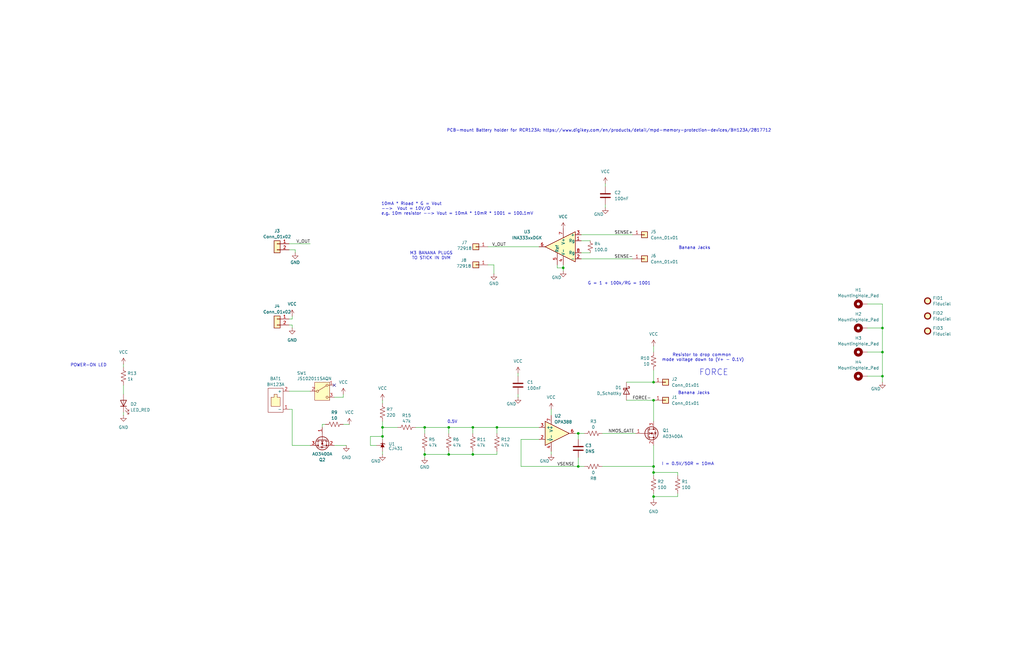
<source format=kicad_sch>
(kicad_sch
	(version 20231120)
	(generator "eeschema")
	(generator_version "8.0")
	(uuid "1eb9b8dc-40f5-44b9-86dc-e1dd9c273bd2")
	(paper "B")
	(lib_symbols
		(symbol "Amplifier_Instrumentation:INA333xxDGK"
			(pin_names
				(offset 0.127)
			)
			(exclude_from_sim no)
			(in_bom yes)
			(on_board yes)
			(property "Reference" "U"
				(at 3.81 3.175 0)
				(effects
					(font
						(size 1.27 1.27)
					)
					(justify left)
				)
			)
			(property "Value" "INA333xxDGK"
				(at 3.81 -3.175 0)
				(effects
					(font
						(size 1.27 1.27)
					)
					(justify left)
				)
			)
			(property "Footprint" "Package_SO:VSSOP-8_3.0x3.0mm_P0.65mm"
				(at 0 -7.62 0)
				(effects
					(font
						(size 1.27 1.27)
					)
					(hide yes)
				)
			)
			(property "Datasheet" "https://www.ti.com/lit/ds/symlink/ina333.pdf"
				(at 2.54 0 0)
				(effects
					(font
						(size 1.27 1.27)
					)
					(hide yes)
				)
			)
			(property "Description" "Zero Drift, Micropower Instrumentation Amplifier G = 1 + 100kOhm/Rg, VSSOP-8"
				(at 0 0 0)
				(effects
					(font
						(size 1.27 1.27)
					)
					(hide yes)
				)
			)
			(property "ki_keywords" "instrumentation opamp amplifier"
				(at 0 0 0)
				(effects
					(font
						(size 1.27 1.27)
					)
					(hide yes)
				)
			)
			(property "ki_fp_filters" "VSSOP*3.0x3.0mm*P0.65mm*"
				(at 0 0 0)
				(effects
					(font
						(size 1.27 1.27)
					)
					(hide yes)
				)
			)
			(symbol "INA333xxDGK_0_1"
				(polyline
					(pts
						(xy 7.62 0) (xy -5.08 6.35) (xy -5.08 -6.35) (xy 7.62 0)
					)
					(stroke
						(width 0.254)
						(type default)
					)
					(fill
						(type background)
					)
				)
			)
			(symbol "INA333xxDGK_1_1"
				(pin passive line
					(at -7.62 2.54 0)
					(length 2.54)
					(name "Rg"
						(effects
							(font
								(size 1.27 1.27)
							)
						)
					)
					(number "1"
						(effects
							(font
								(size 1.27 1.27)
							)
						)
					)
				)
				(pin input line
					(at -7.62 -5.08 0)
					(length 2.54)
					(name "-"
						(effects
							(font
								(size 1.27 1.27)
							)
						)
					)
					(number "2"
						(effects
							(font
								(size 1.27 1.27)
							)
						)
					)
				)
				(pin input line
					(at -7.62 5.08 0)
					(length 2.54)
					(name "+"
						(effects
							(font
								(size 1.27 1.27)
							)
						)
					)
					(number "3"
						(effects
							(font
								(size 1.27 1.27)
							)
						)
					)
				)
				(pin power_in line
					(at 0 -7.62 90)
					(length 3.81)
					(name "V-"
						(effects
							(font
								(size 1.27 1.27)
							)
						)
					)
					(number "4"
						(effects
							(font
								(size 1.27 1.27)
							)
						)
					)
				)
				(pin input line
					(at 2.54 -7.62 90)
					(length 5.08)
					(name "Ref"
						(effects
							(font
								(size 1.27 1.27)
							)
						)
					)
					(number "5"
						(effects
							(font
								(size 1.27 1.27)
							)
						)
					)
				)
				(pin output line
					(at 10.16 0 180)
					(length 2.54)
					(name "~"
						(effects
							(font
								(size 1.27 1.27)
							)
						)
					)
					(number "6"
						(effects
							(font
								(size 1.27 1.27)
							)
						)
					)
				)
				(pin power_in line
					(at 0 7.62 270)
					(length 3.81)
					(name "V+"
						(effects
							(font
								(size 1.27 1.27)
							)
						)
					)
					(number "7"
						(effects
							(font
								(size 1.27 1.27)
							)
						)
					)
				)
				(pin passive line
					(at -7.62 -2.54 0)
					(length 2.54)
					(name "Rg"
						(effects
							(font
								(size 1.27 1.27)
							)
						)
					)
					(number "8"
						(effects
							(font
								(size 1.27 1.27)
							)
						)
					)
				)
			)
		)
		(symbol "Connector_Generic:Conn_01x01"
			(pin_names
				(offset 1.016) hide)
			(exclude_from_sim no)
			(in_bom yes)
			(on_board yes)
			(property "Reference" "J"
				(at 0 2.54 0)
				(effects
					(font
						(size 1.27 1.27)
					)
				)
			)
			(property "Value" "Conn_01x01"
				(at 0 -2.54 0)
				(effects
					(font
						(size 1.27 1.27)
					)
				)
			)
			(property "Footprint" ""
				(at 0 0 0)
				(effects
					(font
						(size 1.27 1.27)
					)
					(hide yes)
				)
			)
			(property "Datasheet" "~"
				(at 0 0 0)
				(effects
					(font
						(size 1.27 1.27)
					)
					(hide yes)
				)
			)
			(property "Description" "Generic connector, single row, 01x01, script generated (kicad-library-utils/schlib/autogen/connector/)"
				(at 0 0 0)
				(effects
					(font
						(size 1.27 1.27)
					)
					(hide yes)
				)
			)
			(property "ki_keywords" "connector"
				(at 0 0 0)
				(effects
					(font
						(size 1.27 1.27)
					)
					(hide yes)
				)
			)
			(property "ki_fp_filters" "Connector*:*_1x??_*"
				(at 0 0 0)
				(effects
					(font
						(size 1.27 1.27)
					)
					(hide yes)
				)
			)
			(symbol "Conn_01x01_1_1"
				(rectangle
					(start -1.27 0.127)
					(end 0 -0.127)
					(stroke
						(width 0.1524)
						(type default)
					)
					(fill
						(type none)
					)
				)
				(rectangle
					(start -1.27 1.27)
					(end 1.27 -1.27)
					(stroke
						(width 0.254)
						(type default)
					)
					(fill
						(type background)
					)
				)
				(pin passive line
					(at -5.08 0 0)
					(length 3.81)
					(name "Pin_1"
						(effects
							(font
								(size 1.27 1.27)
							)
						)
					)
					(number "1"
						(effects
							(font
								(size 1.27 1.27)
							)
						)
					)
				)
			)
		)
		(symbol "Connector_Generic:Conn_01x02"
			(pin_names
				(offset 1.016) hide)
			(exclude_from_sim no)
			(in_bom yes)
			(on_board yes)
			(property "Reference" "J"
				(at 0 2.54 0)
				(effects
					(font
						(size 1.27 1.27)
					)
				)
			)
			(property "Value" "Conn_01x02"
				(at 0 -5.08 0)
				(effects
					(font
						(size 1.27 1.27)
					)
				)
			)
			(property "Footprint" ""
				(at 0 0 0)
				(effects
					(font
						(size 1.27 1.27)
					)
					(hide yes)
				)
			)
			(property "Datasheet" "~"
				(at 0 0 0)
				(effects
					(font
						(size 1.27 1.27)
					)
					(hide yes)
				)
			)
			(property "Description" "Generic connector, single row, 01x02, script generated (kicad-library-utils/schlib/autogen/connector/)"
				(at 0 0 0)
				(effects
					(font
						(size 1.27 1.27)
					)
					(hide yes)
				)
			)
			(property "ki_keywords" "connector"
				(at 0 0 0)
				(effects
					(font
						(size 1.27 1.27)
					)
					(hide yes)
				)
			)
			(property "ki_fp_filters" "Connector*:*_1x??_*"
				(at 0 0 0)
				(effects
					(font
						(size 1.27 1.27)
					)
					(hide yes)
				)
			)
			(symbol "Conn_01x02_1_1"
				(rectangle
					(start -1.27 -2.413)
					(end 0 -2.667)
					(stroke
						(width 0.1524)
						(type default)
					)
					(fill
						(type none)
					)
				)
				(rectangle
					(start -1.27 0.127)
					(end 0 -0.127)
					(stroke
						(width 0.1524)
						(type default)
					)
					(fill
						(type none)
					)
				)
				(rectangle
					(start -1.27 1.27)
					(end 1.27 -3.81)
					(stroke
						(width 0.254)
						(type default)
					)
					(fill
						(type background)
					)
				)
				(pin passive line
					(at -5.08 0 0)
					(length 3.81)
					(name "Pin_1"
						(effects
							(font
								(size 1.27 1.27)
							)
						)
					)
					(number "1"
						(effects
							(font
								(size 1.27 1.27)
							)
						)
					)
				)
				(pin passive line
					(at -5.08 -2.54 0)
					(length 3.81)
					(name "Pin_2"
						(effects
							(font
								(size 1.27 1.27)
							)
						)
					)
					(number "2"
						(effects
							(font
								(size 1.27 1.27)
							)
						)
					)
				)
			)
		)
		(symbol "Device:C"
			(pin_numbers hide)
			(pin_names
				(offset 0.254)
			)
			(exclude_from_sim no)
			(in_bom yes)
			(on_board yes)
			(property "Reference" "C"
				(at 0.635 2.54 0)
				(effects
					(font
						(size 1.27 1.27)
					)
					(justify left)
				)
			)
			(property "Value" "C"
				(at 0.635 -2.54 0)
				(effects
					(font
						(size 1.27 1.27)
					)
					(justify left)
				)
			)
			(property "Footprint" ""
				(at 0.9652 -3.81 0)
				(effects
					(font
						(size 1.27 1.27)
					)
					(hide yes)
				)
			)
			(property "Datasheet" "~"
				(at 0 0 0)
				(effects
					(font
						(size 1.27 1.27)
					)
					(hide yes)
				)
			)
			(property "Description" "Unpolarized capacitor"
				(at 0 0 0)
				(effects
					(font
						(size 1.27 1.27)
					)
					(hide yes)
				)
			)
			(property "ki_keywords" "cap capacitor"
				(at 0 0 0)
				(effects
					(font
						(size 1.27 1.27)
					)
					(hide yes)
				)
			)
			(property "ki_fp_filters" "C_*"
				(at 0 0 0)
				(effects
					(font
						(size 1.27 1.27)
					)
					(hide yes)
				)
			)
			(symbol "C_0_1"
				(polyline
					(pts
						(xy -2.032 -0.762) (xy 2.032 -0.762)
					)
					(stroke
						(width 0.508)
						(type default)
					)
					(fill
						(type none)
					)
				)
				(polyline
					(pts
						(xy -2.032 0.762) (xy 2.032 0.762)
					)
					(stroke
						(width 0.508)
						(type default)
					)
					(fill
						(type none)
					)
				)
			)
			(symbol "C_1_1"
				(pin passive line
					(at 0 3.81 270)
					(length 2.794)
					(name "~"
						(effects
							(font
								(size 1.27 1.27)
							)
						)
					)
					(number "1"
						(effects
							(font
								(size 1.27 1.27)
							)
						)
					)
				)
				(pin passive line
					(at 0 -3.81 90)
					(length 2.794)
					(name "~"
						(effects
							(font
								(size 1.27 1.27)
							)
						)
					)
					(number "2"
						(effects
							(font
								(size 1.27 1.27)
							)
						)
					)
				)
			)
		)
		(symbol "Device:D_Schottky"
			(pin_numbers hide)
			(pin_names
				(offset 1.016) hide)
			(exclude_from_sim no)
			(in_bom yes)
			(on_board yes)
			(property "Reference" "D"
				(at 0 2.54 0)
				(effects
					(font
						(size 1.27 1.27)
					)
				)
			)
			(property "Value" "D_Schottky"
				(at 0 -2.54 0)
				(effects
					(font
						(size 1.27 1.27)
					)
				)
			)
			(property "Footprint" ""
				(at 0 0 0)
				(effects
					(font
						(size 1.27 1.27)
					)
					(hide yes)
				)
			)
			(property "Datasheet" "~"
				(at 0 0 0)
				(effects
					(font
						(size 1.27 1.27)
					)
					(hide yes)
				)
			)
			(property "Description" "Schottky diode"
				(at 0 0 0)
				(effects
					(font
						(size 1.27 1.27)
					)
					(hide yes)
				)
			)
			(property "ki_keywords" "diode Schottky"
				(at 0 0 0)
				(effects
					(font
						(size 1.27 1.27)
					)
					(hide yes)
				)
			)
			(property "ki_fp_filters" "TO-???* *_Diode_* *SingleDiode* D_*"
				(at 0 0 0)
				(effects
					(font
						(size 1.27 1.27)
					)
					(hide yes)
				)
			)
			(symbol "D_Schottky_0_1"
				(polyline
					(pts
						(xy 1.27 0) (xy -1.27 0)
					)
					(stroke
						(width 0)
						(type default)
					)
					(fill
						(type none)
					)
				)
				(polyline
					(pts
						(xy 1.27 1.27) (xy 1.27 -1.27) (xy -1.27 0) (xy 1.27 1.27)
					)
					(stroke
						(width 0.254)
						(type default)
					)
					(fill
						(type none)
					)
				)
				(polyline
					(pts
						(xy -1.905 0.635) (xy -1.905 1.27) (xy -1.27 1.27) (xy -1.27 -1.27) (xy -0.635 -1.27) (xy -0.635 -0.635)
					)
					(stroke
						(width 0.254)
						(type default)
					)
					(fill
						(type none)
					)
				)
			)
			(symbol "D_Schottky_1_1"
				(pin passive line
					(at -3.81 0 0)
					(length 2.54)
					(name "K"
						(effects
							(font
								(size 1.27 1.27)
							)
						)
					)
					(number "1"
						(effects
							(font
								(size 1.27 1.27)
							)
						)
					)
				)
				(pin passive line
					(at 3.81 0 180)
					(length 2.54)
					(name "A"
						(effects
							(font
								(size 1.27 1.27)
							)
						)
					)
					(number "2"
						(effects
							(font
								(size 1.27 1.27)
							)
						)
					)
				)
			)
		)
		(symbol "Device:LED"
			(pin_numbers hide)
			(pin_names
				(offset 1.016) hide)
			(exclude_from_sim no)
			(in_bom yes)
			(on_board yes)
			(property "Reference" "D"
				(at 0 2.54 0)
				(effects
					(font
						(size 1.27 1.27)
					)
				)
			)
			(property "Value" "LED"
				(at 0 -2.54 0)
				(effects
					(font
						(size 1.27 1.27)
					)
				)
			)
			(property "Footprint" ""
				(at 0 0 0)
				(effects
					(font
						(size 1.27 1.27)
					)
					(hide yes)
				)
			)
			(property "Datasheet" "~"
				(at 0 0 0)
				(effects
					(font
						(size 1.27 1.27)
					)
					(hide yes)
				)
			)
			(property "Description" "Light emitting diode"
				(at 0 0 0)
				(effects
					(font
						(size 1.27 1.27)
					)
					(hide yes)
				)
			)
			(property "ki_keywords" "LED diode"
				(at 0 0 0)
				(effects
					(font
						(size 1.27 1.27)
					)
					(hide yes)
				)
			)
			(property "ki_fp_filters" "LED* LED_SMD:* LED_THT:*"
				(at 0 0 0)
				(effects
					(font
						(size 1.27 1.27)
					)
					(hide yes)
				)
			)
			(symbol "LED_0_1"
				(polyline
					(pts
						(xy -1.27 -1.27) (xy -1.27 1.27)
					)
					(stroke
						(width 0.254)
						(type default)
					)
					(fill
						(type none)
					)
				)
				(polyline
					(pts
						(xy -1.27 0) (xy 1.27 0)
					)
					(stroke
						(width 0)
						(type default)
					)
					(fill
						(type none)
					)
				)
				(polyline
					(pts
						(xy 1.27 -1.27) (xy 1.27 1.27) (xy -1.27 0) (xy 1.27 -1.27)
					)
					(stroke
						(width 0.254)
						(type default)
					)
					(fill
						(type none)
					)
				)
				(polyline
					(pts
						(xy -3.048 -0.762) (xy -4.572 -2.286) (xy -3.81 -2.286) (xy -4.572 -2.286) (xy -4.572 -1.524)
					)
					(stroke
						(width 0)
						(type default)
					)
					(fill
						(type none)
					)
				)
				(polyline
					(pts
						(xy -1.778 -0.762) (xy -3.302 -2.286) (xy -2.54 -2.286) (xy -3.302 -2.286) (xy -3.302 -1.524)
					)
					(stroke
						(width 0)
						(type default)
					)
					(fill
						(type none)
					)
				)
			)
			(symbol "LED_1_1"
				(pin passive line
					(at -3.81 0 0)
					(length 2.54)
					(name "K"
						(effects
							(font
								(size 1.27 1.27)
							)
						)
					)
					(number "1"
						(effects
							(font
								(size 1.27 1.27)
							)
						)
					)
				)
				(pin passive line
					(at 3.81 0 180)
					(length 2.54)
					(name "A"
						(effects
							(font
								(size 1.27 1.27)
							)
						)
					)
					(number "2"
						(effects
							(font
								(size 1.27 1.27)
							)
						)
					)
				)
			)
		)
		(symbol "Device:R_Small_US"
			(pin_numbers hide)
			(pin_names
				(offset 0.254) hide)
			(exclude_from_sim no)
			(in_bom yes)
			(on_board yes)
			(property "Reference" "R"
				(at 0.762 0.508 0)
				(effects
					(font
						(size 1.27 1.27)
					)
					(justify left)
				)
			)
			(property "Value" "R_Small_US"
				(at 0.762 -1.016 0)
				(effects
					(font
						(size 1.27 1.27)
					)
					(justify left)
				)
			)
			(property "Footprint" ""
				(at 0 0 0)
				(effects
					(font
						(size 1.27 1.27)
					)
					(hide yes)
				)
			)
			(property "Datasheet" "~"
				(at 0 0 0)
				(effects
					(font
						(size 1.27 1.27)
					)
					(hide yes)
				)
			)
			(property "Description" "Resistor, small US symbol"
				(at 0 0 0)
				(effects
					(font
						(size 1.27 1.27)
					)
					(hide yes)
				)
			)
			(property "ki_keywords" "r resistor"
				(at 0 0 0)
				(effects
					(font
						(size 1.27 1.27)
					)
					(hide yes)
				)
			)
			(property "ki_fp_filters" "R_*"
				(at 0 0 0)
				(effects
					(font
						(size 1.27 1.27)
					)
					(hide yes)
				)
			)
			(symbol "R_Small_US_1_1"
				(polyline
					(pts
						(xy 0 0) (xy 1.016 -0.381) (xy 0 -0.762) (xy -1.016 -1.143) (xy 0 -1.524)
					)
					(stroke
						(width 0)
						(type default)
					)
					(fill
						(type none)
					)
				)
				(polyline
					(pts
						(xy 0 1.524) (xy 1.016 1.143) (xy 0 0.762) (xy -1.016 0.381) (xy 0 0)
					)
					(stroke
						(width 0)
						(type default)
					)
					(fill
						(type none)
					)
				)
				(pin passive line
					(at 0 2.54 270)
					(length 1.016)
					(name "~"
						(effects
							(font
								(size 1.27 1.27)
							)
						)
					)
					(number "1"
						(effects
							(font
								(size 1.27 1.27)
							)
						)
					)
				)
				(pin passive line
					(at 0 -2.54 90)
					(length 1.016)
					(name "~"
						(effects
							(font
								(size 1.27 1.27)
							)
						)
					)
					(number "2"
						(effects
							(font
								(size 1.27 1.27)
							)
						)
					)
				)
			)
		)
		(symbol "Device:R_US"
			(pin_numbers hide)
			(pin_names
				(offset 0)
			)
			(exclude_from_sim no)
			(in_bom yes)
			(on_board yes)
			(property "Reference" "R"
				(at 2.54 0 90)
				(effects
					(font
						(size 1.27 1.27)
					)
				)
			)
			(property "Value" "R_US"
				(at -2.54 0 90)
				(effects
					(font
						(size 1.27 1.27)
					)
				)
			)
			(property "Footprint" ""
				(at 1.016 -0.254 90)
				(effects
					(font
						(size 1.27 1.27)
					)
					(hide yes)
				)
			)
			(property "Datasheet" "~"
				(at 0 0 0)
				(effects
					(font
						(size 1.27 1.27)
					)
					(hide yes)
				)
			)
			(property "Description" "Resistor, US symbol"
				(at 0 0 0)
				(effects
					(font
						(size 1.27 1.27)
					)
					(hide yes)
				)
			)
			(property "ki_keywords" "R res resistor"
				(at 0 0 0)
				(effects
					(font
						(size 1.27 1.27)
					)
					(hide yes)
				)
			)
			(property "ki_fp_filters" "R_*"
				(at 0 0 0)
				(effects
					(font
						(size 1.27 1.27)
					)
					(hide yes)
				)
			)
			(symbol "R_US_0_1"
				(polyline
					(pts
						(xy 0 -2.286) (xy 0 -2.54)
					)
					(stroke
						(width 0)
						(type default)
					)
					(fill
						(type none)
					)
				)
				(polyline
					(pts
						(xy 0 2.286) (xy 0 2.54)
					)
					(stroke
						(width 0)
						(type default)
					)
					(fill
						(type none)
					)
				)
				(polyline
					(pts
						(xy 0 -0.762) (xy 1.016 -1.143) (xy 0 -1.524) (xy -1.016 -1.905) (xy 0 -2.286)
					)
					(stroke
						(width 0)
						(type default)
					)
					(fill
						(type none)
					)
				)
				(polyline
					(pts
						(xy 0 0.762) (xy 1.016 0.381) (xy 0 0) (xy -1.016 -0.381) (xy 0 -0.762)
					)
					(stroke
						(width 0)
						(type default)
					)
					(fill
						(type none)
					)
				)
				(polyline
					(pts
						(xy 0 2.286) (xy 1.016 1.905) (xy 0 1.524) (xy -1.016 1.143) (xy 0 0.762)
					)
					(stroke
						(width 0)
						(type default)
					)
					(fill
						(type none)
					)
				)
			)
			(symbol "R_US_1_1"
				(pin passive line
					(at 0 3.81 270)
					(length 1.27)
					(name "~"
						(effects
							(font
								(size 1.27 1.27)
							)
						)
					)
					(number "1"
						(effects
							(font
								(size 1.27 1.27)
							)
						)
					)
				)
				(pin passive line
					(at 0 -3.81 90)
					(length 1.27)
					(name "~"
						(effects
							(font
								(size 1.27 1.27)
							)
						)
					)
					(number "2"
						(effects
							(font
								(size 1.27 1.27)
							)
						)
					)
				)
			)
		)
		(symbol "Mechanical:Fiducial"
			(exclude_from_sim yes)
			(in_bom no)
			(on_board yes)
			(property "Reference" "FID"
				(at 0 5.08 0)
				(effects
					(font
						(size 1.27 1.27)
					)
				)
			)
			(property "Value" "Fiducial"
				(at 0 3.175 0)
				(effects
					(font
						(size 1.27 1.27)
					)
				)
			)
			(property "Footprint" ""
				(at 0 0 0)
				(effects
					(font
						(size 1.27 1.27)
					)
					(hide yes)
				)
			)
			(property "Datasheet" "~"
				(at 0 0 0)
				(effects
					(font
						(size 1.27 1.27)
					)
					(hide yes)
				)
			)
			(property "Description" "Fiducial Marker"
				(at 0 0 0)
				(effects
					(font
						(size 1.27 1.27)
					)
					(hide yes)
				)
			)
			(property "ki_keywords" "fiducial marker"
				(at 0 0 0)
				(effects
					(font
						(size 1.27 1.27)
					)
					(hide yes)
				)
			)
			(property "ki_fp_filters" "Fiducial*"
				(at 0 0 0)
				(effects
					(font
						(size 1.27 1.27)
					)
					(hide yes)
				)
			)
			(symbol "Fiducial_0_1"
				(circle
					(center 0 0)
					(radius 1.27)
					(stroke
						(width 0.508)
						(type default)
					)
					(fill
						(type background)
					)
				)
			)
		)
		(symbol "Mechanical:MountingHole_Pad"
			(pin_numbers hide)
			(pin_names
				(offset 1.016) hide)
			(exclude_from_sim yes)
			(in_bom no)
			(on_board yes)
			(property "Reference" "H"
				(at 0 6.35 0)
				(effects
					(font
						(size 1.27 1.27)
					)
				)
			)
			(property "Value" "MountingHole_Pad"
				(at 0 4.445 0)
				(effects
					(font
						(size 1.27 1.27)
					)
				)
			)
			(property "Footprint" ""
				(at 0 0 0)
				(effects
					(font
						(size 1.27 1.27)
					)
					(hide yes)
				)
			)
			(property "Datasheet" "~"
				(at 0 0 0)
				(effects
					(font
						(size 1.27 1.27)
					)
					(hide yes)
				)
			)
			(property "Description" "Mounting Hole with connection"
				(at 0 0 0)
				(effects
					(font
						(size 1.27 1.27)
					)
					(hide yes)
				)
			)
			(property "ki_keywords" "mounting hole"
				(at 0 0 0)
				(effects
					(font
						(size 1.27 1.27)
					)
					(hide yes)
				)
			)
			(property "ki_fp_filters" "MountingHole*Pad*"
				(at 0 0 0)
				(effects
					(font
						(size 1.27 1.27)
					)
					(hide yes)
				)
			)
			(symbol "MountingHole_Pad_0_1"
				(circle
					(center 0 1.27)
					(radius 1.27)
					(stroke
						(width 1.27)
						(type default)
					)
					(fill
						(type none)
					)
				)
			)
			(symbol "MountingHole_Pad_1_1"
				(pin input line
					(at 0 -2.54 90)
					(length 2.54)
					(name "1"
						(effects
							(font
								(size 1.27 1.27)
							)
						)
					)
					(number "1"
						(effects
							(font
								(size 1.27 1.27)
							)
						)
					)
				)
			)
		)
		(symbol "Switch:SW_SPDT"
			(pin_names
				(offset 0) hide)
			(exclude_from_sim no)
			(in_bom yes)
			(on_board yes)
			(property "Reference" "SW"
				(at 0 5.08 0)
				(effects
					(font
						(size 1.27 1.27)
					)
				)
			)
			(property "Value" "SW_SPDT"
				(at 0 -5.08 0)
				(effects
					(font
						(size 1.27 1.27)
					)
				)
			)
			(property "Footprint" ""
				(at 0 0 0)
				(effects
					(font
						(size 1.27 1.27)
					)
					(hide yes)
				)
			)
			(property "Datasheet" "~"
				(at 0 -7.62 0)
				(effects
					(font
						(size 1.27 1.27)
					)
					(hide yes)
				)
			)
			(property "Description" "Switch, single pole double throw"
				(at 0 0 0)
				(effects
					(font
						(size 1.27 1.27)
					)
					(hide yes)
				)
			)
			(property "ki_keywords" "switch single-pole double-throw spdt ON-ON"
				(at 0 0 0)
				(effects
					(font
						(size 1.27 1.27)
					)
					(hide yes)
				)
			)
			(symbol "SW_SPDT_0_1"
				(circle
					(center -2.032 0)
					(radius 0.4572)
					(stroke
						(width 0)
						(type default)
					)
					(fill
						(type none)
					)
				)
				(polyline
					(pts
						(xy -1.651 0.254) (xy 1.651 2.286)
					)
					(stroke
						(width 0)
						(type default)
					)
					(fill
						(type none)
					)
				)
				(circle
					(center 2.032 -2.54)
					(radius 0.4572)
					(stroke
						(width 0)
						(type default)
					)
					(fill
						(type none)
					)
				)
				(circle
					(center 2.032 2.54)
					(radius 0.4572)
					(stroke
						(width 0)
						(type default)
					)
					(fill
						(type none)
					)
				)
			)
			(symbol "SW_SPDT_1_1"
				(rectangle
					(start -3.175 3.81)
					(end 3.175 -3.81)
					(stroke
						(width 0)
						(type default)
					)
					(fill
						(type background)
					)
				)
				(pin passive line
					(at 5.08 2.54 180)
					(length 2.54)
					(name "A"
						(effects
							(font
								(size 1.27 1.27)
							)
						)
					)
					(number "1"
						(effects
							(font
								(size 1.27 1.27)
							)
						)
					)
				)
				(pin passive line
					(at -5.08 0 0)
					(length 2.54)
					(name "B"
						(effects
							(font
								(size 1.27 1.27)
							)
						)
					)
					(number "2"
						(effects
							(font
								(size 1.27 1.27)
							)
						)
					)
				)
				(pin passive line
					(at 5.08 -2.54 180)
					(length 2.54)
					(name "C"
						(effects
							(font
								(size 1.27 1.27)
							)
						)
					)
					(number "3"
						(effects
							(font
								(size 1.27 1.27)
							)
						)
					)
				)
			)
		)
		(symbol "Transistor_FET:AO3400A"
			(pin_names hide)
			(exclude_from_sim no)
			(in_bom yes)
			(on_board yes)
			(property "Reference" "Q"
				(at 5.08 1.905 0)
				(effects
					(font
						(size 1.27 1.27)
					)
					(justify left)
				)
			)
			(property "Value" "AO3400A"
				(at 5.08 0 0)
				(effects
					(font
						(size 1.27 1.27)
					)
					(justify left)
				)
			)
			(property "Footprint" "Package_TO_SOT_SMD:SOT-23"
				(at 5.08 -1.905 0)
				(effects
					(font
						(size 1.27 1.27)
						(italic yes)
					)
					(justify left)
					(hide yes)
				)
			)
			(property "Datasheet" "http://www.aosmd.com/pdfs/datasheet/AO3400A.pdf"
				(at 5.08 -3.81 0)
				(effects
					(font
						(size 1.27 1.27)
					)
					(justify left)
					(hide yes)
				)
			)
			(property "Description" "30V Vds, 5.7A Id, N-Channel MOSFET, SOT-23"
				(at 0 0 0)
				(effects
					(font
						(size 1.27 1.27)
					)
					(hide yes)
				)
			)
			(property "ki_keywords" "N-Channel MOSFET"
				(at 0 0 0)
				(effects
					(font
						(size 1.27 1.27)
					)
					(hide yes)
				)
			)
			(property "ki_fp_filters" "SOT?23*"
				(at 0 0 0)
				(effects
					(font
						(size 1.27 1.27)
					)
					(hide yes)
				)
			)
			(symbol "AO3400A_0_1"
				(polyline
					(pts
						(xy 0.254 0) (xy -2.54 0)
					)
					(stroke
						(width 0)
						(type default)
					)
					(fill
						(type none)
					)
				)
				(polyline
					(pts
						(xy 0.254 1.905) (xy 0.254 -1.905)
					)
					(stroke
						(width 0.254)
						(type default)
					)
					(fill
						(type none)
					)
				)
				(polyline
					(pts
						(xy 0.762 -1.27) (xy 0.762 -2.286)
					)
					(stroke
						(width 0.254)
						(type default)
					)
					(fill
						(type none)
					)
				)
				(polyline
					(pts
						(xy 0.762 0.508) (xy 0.762 -0.508)
					)
					(stroke
						(width 0.254)
						(type default)
					)
					(fill
						(type none)
					)
				)
				(polyline
					(pts
						(xy 0.762 2.286) (xy 0.762 1.27)
					)
					(stroke
						(width 0.254)
						(type default)
					)
					(fill
						(type none)
					)
				)
				(polyline
					(pts
						(xy 2.54 2.54) (xy 2.54 1.778)
					)
					(stroke
						(width 0)
						(type default)
					)
					(fill
						(type none)
					)
				)
				(polyline
					(pts
						(xy 2.54 -2.54) (xy 2.54 0) (xy 0.762 0)
					)
					(stroke
						(width 0)
						(type default)
					)
					(fill
						(type none)
					)
				)
				(polyline
					(pts
						(xy 0.762 -1.778) (xy 3.302 -1.778) (xy 3.302 1.778) (xy 0.762 1.778)
					)
					(stroke
						(width 0)
						(type default)
					)
					(fill
						(type none)
					)
				)
				(polyline
					(pts
						(xy 1.016 0) (xy 2.032 0.381) (xy 2.032 -0.381) (xy 1.016 0)
					)
					(stroke
						(width 0)
						(type default)
					)
					(fill
						(type outline)
					)
				)
				(polyline
					(pts
						(xy 2.794 0.508) (xy 2.921 0.381) (xy 3.683 0.381) (xy 3.81 0.254)
					)
					(stroke
						(width 0)
						(type default)
					)
					(fill
						(type none)
					)
				)
				(polyline
					(pts
						(xy 3.302 0.381) (xy 2.921 -0.254) (xy 3.683 -0.254) (xy 3.302 0.381)
					)
					(stroke
						(width 0)
						(type default)
					)
					(fill
						(type none)
					)
				)
				(circle
					(center 1.651 0)
					(radius 2.794)
					(stroke
						(width 0.254)
						(type default)
					)
					(fill
						(type none)
					)
				)
				(circle
					(center 2.54 -1.778)
					(radius 0.254)
					(stroke
						(width 0)
						(type default)
					)
					(fill
						(type outline)
					)
				)
				(circle
					(center 2.54 1.778)
					(radius 0.254)
					(stroke
						(width 0)
						(type default)
					)
					(fill
						(type outline)
					)
				)
			)
			(symbol "AO3400A_1_1"
				(pin input line
					(at -5.08 0 0)
					(length 2.54)
					(name "G"
						(effects
							(font
								(size 1.27 1.27)
							)
						)
					)
					(number "1"
						(effects
							(font
								(size 1.27 1.27)
							)
						)
					)
				)
				(pin passive line
					(at 2.54 -5.08 90)
					(length 2.54)
					(name "S"
						(effects
							(font
								(size 1.27 1.27)
							)
						)
					)
					(number "2"
						(effects
							(font
								(size 1.27 1.27)
							)
						)
					)
				)
				(pin passive line
					(at 2.54 5.08 270)
					(length 2.54)
					(name "D"
						(effects
							(font
								(size 1.27 1.27)
							)
						)
					)
					(number "3"
						(effects
							(font
								(size 1.27 1.27)
							)
						)
					)
				)
			)
		)
		(symbol "components_2:BH123A"
			(exclude_from_sim no)
			(in_bom yes)
			(on_board yes)
			(property "Reference" "BAT"
				(at -2.54 8.128 0)
				(effects
					(font
						(size 1.27 1.27)
					)
				)
			)
			(property "Value" "BH123A"
				(at -0.508 5.842 0)
				(effects
					(font
						(size 1.27 1.27)
					)
				)
			)
			(property "Footprint" "components_2:BH123A"
				(at 6.858 10.16 0)
				(effects
					(font
						(size 1.27 1.27)
					)
					(hide yes)
				)
			)
			(property "Datasheet" ""
				(at 0 0 0)
				(effects
					(font
						(size 1.27 1.27)
					)
					(hide yes)
				)
			)
			(property "Description" ""
				(at 0 0 0)
				(effects
					(font
						(size 1.27 1.27)
					)
					(hide yes)
				)
			)
			(symbol "BH123A_1_1"
				(rectangle
					(start -3.81 3.81)
					(end 2.54 -6.35)
					(stroke
						(width 0)
						(type default)
					)
					(fill
						(type none)
					)
				)
				(polyline
					(pts
						(xy -2.54 0) (xy -1.27 0) (xy -1.27 1.27) (xy 0 1.27) (xy 0 0) (xy 1.27 0) (xy 1.27 -3.81) (xy -2.54 -3.81)
						(xy -2.54 0)
					)
					(stroke
						(width 0)
						(type default)
					)
					(fill
						(type background)
					)
				)
				(pin power_out line
					(at 5.08 -5.08 180)
					(length 2.54)
					(name "-"
						(effects
							(font
								(size 1.27 1.27)
							)
						)
					)
					(number "1"
						(effects
							(font
								(size 1.27 1.27)
							)
						)
					)
				)
				(pin power_out line
					(at 5.08 2.54 180)
					(length 2.54)
					(name "+"
						(effects
							(font
								(size 1.27 1.27)
							)
						)
					)
					(number "2"
						(effects
							(font
								(size 1.27 1.27)
							)
						)
					)
				)
			)
		)
		(symbol "gabe_references:CJ431"
			(pin_numbers hide)
			(pin_names hide)
			(exclude_from_sim no)
			(in_bom yes)
			(on_board yes)
			(property "Reference" "U"
				(at -3.048 4.318 0)
				(effects
					(font
						(size 1.27 1.27)
					)
				)
			)
			(property "Value" ""
				(at -1.27 -3.81 90)
				(effects
					(font
						(size 1.27 1.27)
					)
				)
			)
			(property "Footprint" ""
				(at -1.27 -3.81 90)
				(effects
					(font
						(size 1.27 1.27)
					)
					(hide yes)
				)
			)
			(property "Datasheet" ""
				(at -1.27 -3.81 90)
				(effects
					(font
						(size 1.27 1.27)
					)
					(hide yes)
				)
			)
			(property "Description" ""
				(at -1.27 -3.81 90)
				(effects
					(font
						(size 1.27 1.27)
					)
					(hide yes)
				)
			)
			(symbol "CJ431_0_1"
				(polyline
					(pts
						(xy -0.762 -0.762) (xy 0 0.762) (xy 0.762 -0.762)
					)
					(stroke
						(width 0)
						(type default)
					)
					(fill
						(type outline)
					)
				)
				(polyline
					(pts
						(xy 0 -1.27) (xy 0 0) (xy 0 1.27)
					)
					(stroke
						(width 0)
						(type default)
					)
					(fill
						(type none)
					)
				)
				(polyline
					(pts
						(xy 1.016 0.508) (xy 0.762 0.762) (xy -0.762 0.762) (xy -0.762 0.762)
					)
					(stroke
						(width 0.254)
						(type default)
					)
					(fill
						(type none)
					)
				)
			)
			(symbol "CJ431_1_1"
				(pin passive line
					(at -2.54 0 0)
					(length 2.54)
					(name "REF"
						(effects
							(font
								(size 1.27 1.27)
							)
						)
					)
					(number "1"
						(effects
							(font
								(size 1.27 1.27)
							)
						)
					)
				)
				(pin passive line
					(at 0 2.54 270)
					(length 2.54)
					(name "K"
						(effects
							(font
								(size 1.27 1.27)
							)
						)
					)
					(number "2"
						(effects
							(font
								(size 1.27 1.27)
							)
						)
					)
				)
				(pin passive line
					(at 0 -2.54 90)
					(length 2.54)
					(name "A"
						(effects
							(font
								(size 1.27 1.27)
							)
						)
					)
					(number "3"
						(effects
							(font
								(size 1.27 1.27)
							)
						)
					)
				)
			)
		)
		(symbol "gabes_opamps:OPA388"
			(exclude_from_sim no)
			(in_bom yes)
			(on_board yes)
			(property "Reference" "U"
				(at 2.794 6.096 0)
				(effects
					(font
						(size 1.27 1.27)
					)
				)
			)
			(property "Value" "OPA388"
				(at 5.842 4.064 0)
				(effects
					(font
						(size 1.27 1.27)
					)
				)
			)
			(property "Footprint" ""
				(at 0 0 0)
				(effects
					(font
						(size 1.27 1.27)
					)
					(hide yes)
				)
			)
			(property "Datasheet" ""
				(at 0 0 0)
				(effects
					(font
						(size 1.27 1.27)
					)
					(hide yes)
				)
			)
			(property "Description" ""
				(at 0 0 0)
				(effects
					(font
						(size 1.27 1.27)
					)
					(hide yes)
				)
			)
			(symbol "OPA388_0_1"
				(polyline
					(pts
						(xy -2.54 5.08) (xy 7.62 0) (xy -2.54 -5.08) (xy -2.54 5.08)
					)
					(stroke
						(width 0.254)
						(type default)
					)
					(fill
						(type background)
					)
				)
			)
			(symbol "OPA388_1_1"
				(pin input line
					(at -5.08 -2.54 0)
					(length 2.54)
					(name "-"
						(effects
							(font
								(size 1.27 1.27)
							)
						)
					)
					(number "2"
						(effects
							(font
								(size 1.27 1.27)
							)
						)
					)
				)
				(pin input line
					(at -5.08 2.54 0)
					(length 2.54)
					(name "+"
						(effects
							(font
								(size 1.27 1.27)
							)
						)
					)
					(number "3"
						(effects
							(font
								(size 1.27 1.27)
							)
						)
					)
				)
				(pin power_in line
					(at 0 -7.62 90)
					(length 3.81)
					(name "V-"
						(effects
							(font
								(size 1.27 1.27)
							)
						)
					)
					(number "4"
						(effects
							(font
								(size 1.27 1.27)
							)
						)
					)
				)
				(pin output line
					(at 10.16 0 180)
					(length 2.54)
					(name "~"
						(effects
							(font
								(size 1.27 1.27)
							)
						)
					)
					(number "6"
						(effects
							(font
								(size 1.27 1.27)
							)
						)
					)
				)
				(pin power_in line
					(at 0 7.62 270)
					(length 3.81)
					(name "V+"
						(effects
							(font
								(size 1.27 1.27)
							)
						)
					)
					(number "7"
						(effects
							(font
								(size 1.27 1.27)
							)
						)
					)
				)
			)
		)
		(symbol "power:GND"
			(power)
			(pin_numbers hide)
			(pin_names
				(offset 0) hide)
			(exclude_from_sim no)
			(in_bom yes)
			(on_board yes)
			(property "Reference" "#PWR"
				(at 0 -6.35 0)
				(effects
					(font
						(size 1.27 1.27)
					)
					(hide yes)
				)
			)
			(property "Value" "GND"
				(at 0 -3.81 0)
				(effects
					(font
						(size 1.27 1.27)
					)
				)
			)
			(property "Footprint" ""
				(at 0 0 0)
				(effects
					(font
						(size 1.27 1.27)
					)
					(hide yes)
				)
			)
			(property "Datasheet" ""
				(at 0 0 0)
				(effects
					(font
						(size 1.27 1.27)
					)
					(hide yes)
				)
			)
			(property "Description" "Power symbol creates a global label with name \"GND\" , ground"
				(at 0 0 0)
				(effects
					(font
						(size 1.27 1.27)
					)
					(hide yes)
				)
			)
			(property "ki_keywords" "global power"
				(at 0 0 0)
				(effects
					(font
						(size 1.27 1.27)
					)
					(hide yes)
				)
			)
			(symbol "GND_0_1"
				(polyline
					(pts
						(xy 0 0) (xy 0 -1.27) (xy 1.27 -1.27) (xy 0 -2.54) (xy -1.27 -1.27) (xy 0 -1.27)
					)
					(stroke
						(width 0)
						(type default)
					)
					(fill
						(type none)
					)
				)
			)
			(symbol "GND_1_1"
				(pin power_in line
					(at 0 0 270)
					(length 0)
					(name "~"
						(effects
							(font
								(size 1.27 1.27)
							)
						)
					)
					(number "1"
						(effects
							(font
								(size 1.27 1.27)
							)
						)
					)
				)
			)
		)
		(symbol "power:VCC"
			(power)
			(pin_numbers hide)
			(pin_names
				(offset 0) hide)
			(exclude_from_sim no)
			(in_bom yes)
			(on_board yes)
			(property "Reference" "#PWR"
				(at 0 -3.81 0)
				(effects
					(font
						(size 1.27 1.27)
					)
					(hide yes)
				)
			)
			(property "Value" "VCC"
				(at 0 3.556 0)
				(effects
					(font
						(size 1.27 1.27)
					)
				)
			)
			(property "Footprint" ""
				(at 0 0 0)
				(effects
					(font
						(size 1.27 1.27)
					)
					(hide yes)
				)
			)
			(property "Datasheet" ""
				(at 0 0 0)
				(effects
					(font
						(size 1.27 1.27)
					)
					(hide yes)
				)
			)
			(property "Description" "Power symbol creates a global label with name \"VCC\""
				(at 0 0 0)
				(effects
					(font
						(size 1.27 1.27)
					)
					(hide yes)
				)
			)
			(property "ki_keywords" "global power"
				(at 0 0 0)
				(effects
					(font
						(size 1.27 1.27)
					)
					(hide yes)
				)
			)
			(symbol "VCC_0_1"
				(polyline
					(pts
						(xy -0.762 1.27) (xy 0 2.54)
					)
					(stroke
						(width 0)
						(type default)
					)
					(fill
						(type none)
					)
				)
				(polyline
					(pts
						(xy 0 0) (xy 0 2.54)
					)
					(stroke
						(width 0)
						(type default)
					)
					(fill
						(type none)
					)
				)
				(polyline
					(pts
						(xy 0 2.54) (xy 0.762 1.27)
					)
					(stroke
						(width 0)
						(type default)
					)
					(fill
						(type none)
					)
				)
			)
			(symbol "VCC_1_1"
				(pin power_in line
					(at 0 0 90)
					(length 0)
					(name "~"
						(effects
							(font
								(size 1.27 1.27)
							)
						)
					)
					(number "1"
						(effects
							(font
								(size 1.27 1.27)
							)
						)
					)
				)
			)
		)
	)
	(junction
		(at 161.29 180.34)
		(diameter 0)
		(color 0 0 0 0)
		(uuid "126294dc-f015-4cf5-9582-96cce85097f6")
	)
	(junction
		(at 199.39 180.34)
		(diameter 0)
		(color 0 0 0 0)
		(uuid "2f46dc2f-898a-47e5-b52d-5fb8e404ad83")
	)
	(junction
		(at 372.11 158.75)
		(diameter 0)
		(color 0 0 0 0)
		(uuid "3bc3e544-f760-479d-93d7-433c9003d888")
	)
	(junction
		(at 275.59 209.55)
		(diameter 0)
		(color 0 0 0 0)
		(uuid "43fafae0-5f59-4e70-aa66-24483f4e3f88")
	)
	(junction
		(at 199.39 191.77)
		(diameter 0)
		(color 0 0 0 0)
		(uuid "4c2cb269-b9de-44cd-b7da-424d5b71cdba")
	)
	(junction
		(at 275.59 168.91)
		(diameter 0)
		(color 0 0 0 0)
		(uuid "571ca3af-8d7f-401c-88bb-3ab58de77c22")
	)
	(junction
		(at 243.84 182.88)
		(diameter 0)
		(color 0 0 0 0)
		(uuid "5b32b6fa-ca9e-480c-a69e-790d0fb4cfdd")
	)
	(junction
		(at 179.07 180.34)
		(diameter 0)
		(color 0 0 0 0)
		(uuid "6174118d-eb5f-4dc0-816d-972811ccae0d")
	)
	(junction
		(at 275.59 161.29)
		(diameter 0)
		(color 0 0 0 0)
		(uuid "77bb27b1-3046-4995-8b95-1437ca416e86")
	)
	(junction
		(at 209.55 180.34)
		(diameter 0)
		(color 0 0 0 0)
		(uuid "91f4f694-dec4-4cf7-86e7-8f2c95c5991c")
	)
	(junction
		(at 372.11 148.59)
		(diameter 0)
		(color 0 0 0 0)
		(uuid "9e30ca0c-6e44-44d6-8e22-ed36c4512ffd")
	)
	(junction
		(at 275.59 199.39)
		(diameter 0)
		(color 0 0 0 0)
		(uuid "b0dbd81f-e9b9-4b0a-b4ca-bf5e7a00bceb")
	)
	(junction
		(at 275.59 196.85)
		(diameter 0)
		(color 0 0 0 0)
		(uuid "b3f18fa6-affc-4e16-b1ad-363ed9e661cd")
	)
	(junction
		(at 189.23 191.77)
		(diameter 0)
		(color 0 0 0 0)
		(uuid "b9cc4c1a-f153-46b6-b784-a97bde25c169")
	)
	(junction
		(at 372.11 138.43)
		(diameter 0)
		(color 0 0 0 0)
		(uuid "bab9f8e3-515a-492a-9e41-9d7f6a273e29")
	)
	(junction
		(at 179.07 191.77)
		(diameter 0)
		(color 0 0 0 0)
		(uuid "c1a553d2-a39f-421b-a072-7b1c4ac783c6")
	)
	(junction
		(at 161.29 184.15)
		(diameter 0)
		(color 0 0 0 0)
		(uuid "d940a300-7188-473f-8c0c-24570dbb6dca")
	)
	(junction
		(at 189.23 180.34)
		(diameter 0)
		(color 0 0 0 0)
		(uuid "e2d5dcd2-6e5c-4108-be79-92481cb916a9")
	)
	(junction
		(at 237.49 113.03)
		(diameter 0)
		(color 0 0 0 0)
		(uuid "f2f22df9-8aac-48bb-9fb8-97064ecb32b4")
	)
	(junction
		(at 243.84 196.85)
		(diameter 0)
		(color 0 0 0 0)
		(uuid "ff2eec0b-3d73-4be8-add2-d203ecb54699")
	)
	(no_connect
		(at 140.97 162.56)
		(uuid "512bd0ad-5056-49aa-8064-ab4fccb45678")
	)
	(wire
		(pts
			(xy 156.21 184.15) (xy 161.29 184.15)
		)
		(stroke
			(width 0)
			(type default)
		)
		(uuid "005ea771-790e-4207-831c-383b72f1b683")
	)
	(wire
		(pts
			(xy 205.74 111.76) (xy 208.28 111.76)
		)
		(stroke
			(width 0)
			(type default)
		)
		(uuid "02a031f4-630b-433d-b198-9324e9bd6875")
	)
	(wire
		(pts
			(xy 245.11 101.6) (xy 248.92 101.6)
		)
		(stroke
			(width 0)
			(type default)
		)
		(uuid "0851e4d3-5604-4619-90c1-06fe5bcd7767")
	)
	(wire
		(pts
			(xy 121.92 165.1) (xy 130.81 165.1)
		)
		(stroke
			(width 0)
			(type default)
		)
		(uuid "1581fee1-6eff-46ba-912f-f24df3e05184")
	)
	(wire
		(pts
			(xy 156.21 187.96) (xy 156.21 184.15)
		)
		(stroke
			(width 0)
			(type default)
		)
		(uuid "1760e95d-3b15-417a-b493-05c00af6479c")
	)
	(wire
		(pts
			(xy 121.92 134.62) (xy 123.19 134.62)
		)
		(stroke
			(width 0)
			(type default)
		)
		(uuid "1bc44684-8eb1-43b4-af71-f2c796415c90")
	)
	(wire
		(pts
			(xy 245.11 106.68) (xy 248.92 106.68)
		)
		(stroke
			(width 0)
			(type default)
		)
		(uuid "2156d3e5-8f4b-4257-b702-2a831aa0744f")
	)
	(wire
		(pts
			(xy 275.59 156.21) (xy 275.59 161.29)
		)
		(stroke
			(width 0)
			(type default)
		)
		(uuid "24337121-639c-4081-91fd-68d43c24194f")
	)
	(wire
		(pts
			(xy 372.11 128.27) (xy 372.11 138.43)
		)
		(stroke
			(width 0)
			(type default)
		)
		(uuid "24ea6d9a-5047-4c6c-838b-984edebaa7a0")
	)
	(wire
		(pts
			(xy 285.75 208.28) (xy 285.75 209.55)
		)
		(stroke
			(width 0)
			(type default)
		)
		(uuid "26297100-953b-48b8-86e0-a26c570d940b")
	)
	(wire
		(pts
			(xy 243.84 193.04) (xy 243.84 196.85)
		)
		(stroke
			(width 0)
			(type default)
		)
		(uuid "2715999a-277b-41cc-aadb-abf3910bb05c")
	)
	(wire
		(pts
			(xy 52.07 153.67) (xy 52.07 154.94)
		)
		(stroke
			(width 0)
			(type default)
		)
		(uuid "2812cccb-122e-4e25-ac97-fc9ff69f8f97")
	)
	(wire
		(pts
			(xy 254 196.85) (xy 275.59 196.85)
		)
		(stroke
			(width 0)
			(type default)
		)
		(uuid "293971b3-60c5-4c59-9bd2-af4fa55b085b")
	)
	(wire
		(pts
			(xy 123.19 172.72) (xy 123.19 187.96)
		)
		(stroke
			(width 0)
			(type default)
		)
		(uuid "2ae860cf-a85d-47f7-8bdf-6766750a95ff")
	)
	(wire
		(pts
			(xy 275.59 199.39) (xy 285.75 199.39)
		)
		(stroke
			(width 0)
			(type default)
		)
		(uuid "2b73df2a-e4b1-4af9-a907-3bcde02137ea")
	)
	(wire
		(pts
			(xy 189.23 180.34) (xy 189.23 182.88)
		)
		(stroke
			(width 0)
			(type default)
		)
		(uuid "2bcbba30-1873-4440-95d7-3641d09b2f45")
	)
	(wire
		(pts
			(xy 140.97 167.64) (xy 144.78 167.64)
		)
		(stroke
			(width 0)
			(type default)
		)
		(uuid "2c50cd99-3ff2-4ee8-baf6-e7f5993c6bc0")
	)
	(wire
		(pts
			(xy 199.39 180.34) (xy 209.55 180.34)
		)
		(stroke
			(width 0)
			(type default)
		)
		(uuid "2e8eab0c-7797-42c7-8807-743949372d73")
	)
	(wire
		(pts
			(xy 179.07 193.04) (xy 179.07 191.77)
		)
		(stroke
			(width 0)
			(type default)
		)
		(uuid "2f395098-81d1-46a1-b484-86bbbb4d4ffc")
	)
	(wire
		(pts
			(xy 123.19 138.43) (xy 123.19 137.16)
		)
		(stroke
			(width 0)
			(type default)
		)
		(uuid "3005bd00-19e4-4769-a143-b36523b1ec3d")
	)
	(wire
		(pts
			(xy 275.59 168.91) (xy 275.59 177.8)
		)
		(stroke
			(width 0)
			(type default)
		)
		(uuid "35c232ee-2c77-4277-8688-f872111736fa")
	)
	(wire
		(pts
			(xy 140.97 187.96) (xy 146.05 187.96)
		)
		(stroke
			(width 0)
			(type default)
		)
		(uuid "3a4fba07-038b-411a-b201-4292b75b05ca")
	)
	(wire
		(pts
			(xy 254 182.88) (xy 267.97 182.88)
		)
		(stroke
			(width 0)
			(type default)
		)
		(uuid "3c3ce238-db37-4898-b555-7f754de4c161")
	)
	(wire
		(pts
			(xy 219.71 196.85) (xy 243.84 196.85)
		)
		(stroke
			(width 0)
			(type default)
		)
		(uuid "3f338e6e-9812-4cd9-9c03-8284905cc70c")
	)
	(wire
		(pts
			(xy 365.76 148.59) (xy 372.11 148.59)
		)
		(stroke
			(width 0)
			(type default)
		)
		(uuid "42d8671c-a2db-4e3f-9991-f9cf51f18cc2")
	)
	(wire
		(pts
			(xy 275.59 210.82) (xy 275.59 209.55)
		)
		(stroke
			(width 0)
			(type default)
		)
		(uuid "48db2bca-c98f-4561-a04e-a7b89d31dbd5")
	)
	(wire
		(pts
			(xy 179.07 191.77) (xy 179.07 190.5)
		)
		(stroke
			(width 0)
			(type default)
		)
		(uuid "4a24ba4b-d0c0-4de5-9b2c-66a125f0c266")
	)
	(wire
		(pts
			(xy 209.55 191.77) (xy 209.55 190.5)
		)
		(stroke
			(width 0)
			(type default)
		)
		(uuid "4c4b55ed-3c2b-42e6-baa7-b3060510e4c6")
	)
	(wire
		(pts
			(xy 167.64 180.34) (xy 161.29 180.34)
		)
		(stroke
			(width 0)
			(type default)
		)
		(uuid "4cbb4629-2ab1-4ac5-820c-51f324fe35bf")
	)
	(wire
		(pts
			(xy 121.92 105.41) (xy 124.46 105.41)
		)
		(stroke
			(width 0)
			(type default)
		)
		(uuid "4e624277-b63b-4f17-95b0-fa83f352b0f6")
	)
	(wire
		(pts
			(xy 255.27 86.36) (xy 255.27 87.63)
		)
		(stroke
			(width 0)
			(type default)
		)
		(uuid "5105c0d1-8e0e-477d-a05e-0224348e1666")
	)
	(wire
		(pts
			(xy 158.75 187.96) (xy 156.21 187.96)
		)
		(stroke
			(width 0)
			(type default)
		)
		(uuid "5b55fb93-60ff-4002-b472-962ad0c230e8")
	)
	(wire
		(pts
			(xy 218.44 166.37) (xy 218.44 167.64)
		)
		(stroke
			(width 0)
			(type default)
		)
		(uuid "5cadc3b0-39a8-4dc1-aa13-70638133af0b")
	)
	(wire
		(pts
			(xy 245.11 99.06) (xy 266.7 99.06)
		)
		(stroke
			(width 0)
			(type default)
		)
		(uuid "5f9bf966-3388-4c93-9ea2-81b5a76bbb18")
	)
	(wire
		(pts
			(xy 255.27 78.74) (xy 255.27 77.47)
		)
		(stroke
			(width 0)
			(type default)
		)
		(uuid "62c6e0a6-a0b2-45aa-a399-1edc3ee61c26")
	)
	(wire
		(pts
			(xy 227.33 185.42) (xy 219.71 185.42)
		)
		(stroke
			(width 0)
			(type default)
		)
		(uuid "662f7393-ed27-4c81-b846-d6188a3b11c1")
	)
	(wire
		(pts
			(xy 199.39 180.34) (xy 199.39 182.88)
		)
		(stroke
			(width 0)
			(type default)
		)
		(uuid "68030e5d-540d-45c6-afb4-df5fa980680f")
	)
	(wire
		(pts
			(xy 135.89 179.07) (xy 137.16 179.07)
		)
		(stroke
			(width 0)
			(type default)
		)
		(uuid "6a375feb-8285-4694-8fde-9e2996f589dd")
	)
	(wire
		(pts
			(xy 189.23 180.34) (xy 179.07 180.34)
		)
		(stroke
			(width 0)
			(type default)
		)
		(uuid "6bfd30e2-8968-413d-96e5-8cd65a6a415e")
	)
	(wire
		(pts
			(xy 365.76 138.43) (xy 372.11 138.43)
		)
		(stroke
			(width 0)
			(type default)
		)
		(uuid "6f0cbff3-98b2-4376-a9c7-77e4b838f1fb")
	)
	(wire
		(pts
			(xy 275.59 209.55) (xy 275.59 208.28)
		)
		(stroke
			(width 0)
			(type default)
		)
		(uuid "7492d78b-ca7a-446b-bc54-20ee6649dd3f")
	)
	(wire
		(pts
			(xy 135.89 179.07) (xy 135.89 180.34)
		)
		(stroke
			(width 0)
			(type default)
		)
		(uuid "76508e52-e2c1-4407-9e47-281570d1467d")
	)
	(wire
		(pts
			(xy 123.19 137.16) (xy 121.92 137.16)
		)
		(stroke
			(width 0)
			(type default)
		)
		(uuid "79e675db-9741-49b4-9431-9d299b33527a")
	)
	(wire
		(pts
			(xy 179.07 180.34) (xy 175.26 180.34)
		)
		(stroke
			(width 0)
			(type default)
		)
		(uuid "7c1beeb9-b9e0-45a8-9b28-ed7f9551ed16")
	)
	(wire
		(pts
			(xy 237.49 114.3) (xy 237.49 113.03)
		)
		(stroke
			(width 0)
			(type default)
		)
		(uuid "7e1fa864-ab05-4941-8a17-7a8b969bf280")
	)
	(wire
		(pts
			(xy 227.33 180.34) (xy 209.55 180.34)
		)
		(stroke
			(width 0)
			(type default)
		)
		(uuid "8025f2da-08e9-4bb2-83e5-7d81c62a6626")
	)
	(wire
		(pts
			(xy 234.95 111.76) (xy 234.95 113.03)
		)
		(stroke
			(width 0)
			(type default)
		)
		(uuid "87dd90b6-faaa-4e44-bd76-0c8e5c596e28")
	)
	(wire
		(pts
			(xy 199.39 191.77) (xy 209.55 191.77)
		)
		(stroke
			(width 0)
			(type default)
		)
		(uuid "89c33cae-69e3-4cdb-be03-99bbea23fc65")
	)
	(wire
		(pts
			(xy 275.59 187.96) (xy 275.59 196.85)
		)
		(stroke
			(width 0)
			(type default)
		)
		(uuid "8c279256-9988-4986-9be0-3d127e94ed95")
	)
	(wire
		(pts
			(xy 243.84 182.88) (xy 246.38 182.88)
		)
		(stroke
			(width 0)
			(type default)
		)
		(uuid "90b2ce8e-4717-41bf-b70a-59fdf09d5cb9")
	)
	(wire
		(pts
			(xy 199.39 191.77) (xy 199.39 190.5)
		)
		(stroke
			(width 0)
			(type default)
		)
		(uuid "91c7b8fe-3258-4996-a73a-f1bcd6033152")
	)
	(wire
		(pts
			(xy 205.74 104.14) (xy 227.33 104.14)
		)
		(stroke
			(width 0)
			(type default)
		)
		(uuid "91f712dc-cb55-460a-bf59-ea9a2fb95bb2")
	)
	(wire
		(pts
			(xy 209.55 180.34) (xy 209.55 182.88)
		)
		(stroke
			(width 0)
			(type default)
		)
		(uuid "9362cdf2-8015-4ef9-beb0-805a497a0773")
	)
	(wire
		(pts
			(xy 147.32 179.07) (xy 144.78 179.07)
		)
		(stroke
			(width 0)
			(type default)
		)
		(uuid "93e46245-29ff-4ffa-8820-b4b2162120a4")
	)
	(wire
		(pts
			(xy 264.16 161.29) (xy 275.59 161.29)
		)
		(stroke
			(width 0)
			(type default)
		)
		(uuid "94486d6d-2f55-4b18-a816-a5f16b0ba565")
	)
	(wire
		(pts
			(xy 123.19 133.35) (xy 123.19 134.62)
		)
		(stroke
			(width 0)
			(type default)
		)
		(uuid "94d92f23-7da3-4100-b8c5-bf5eed471aaf")
	)
	(wire
		(pts
			(xy 372.11 148.59) (xy 372.11 158.75)
		)
		(stroke
			(width 0)
			(type default)
		)
		(uuid "95d7fd68-3136-42fc-a74d-8d286ad58bcc")
	)
	(wire
		(pts
			(xy 52.07 162.56) (xy 52.07 166.37)
		)
		(stroke
			(width 0)
			(type default)
		)
		(uuid "9673092f-9e27-4636-ab8b-37177f964c19")
	)
	(wire
		(pts
			(xy 242.57 182.88) (xy 243.84 182.88)
		)
		(stroke
			(width 0)
			(type default)
		)
		(uuid "97d68662-e622-458b-bd58-0a4ed24dfbc5")
	)
	(wire
		(pts
			(xy 275.59 200.66) (xy 275.59 199.39)
		)
		(stroke
			(width 0)
			(type default)
		)
		(uuid "986b9565-e8df-46db-b07a-dc19201b62cc")
	)
	(wire
		(pts
			(xy 123.19 172.72) (xy 121.92 172.72)
		)
		(stroke
			(width 0)
			(type default)
		)
		(uuid "9fb2c775-d87b-43a6-bceb-ca79088671f0")
	)
	(wire
		(pts
			(xy 243.84 196.85) (xy 246.38 196.85)
		)
		(stroke
			(width 0)
			(type default)
		)
		(uuid "a125f538-224e-421c-90f7-6518fcfb77b0")
	)
	(wire
		(pts
			(xy 52.07 175.26) (xy 52.07 173.99)
		)
		(stroke
			(width 0)
			(type default)
		)
		(uuid "a2bdea52-b047-4c4a-9e16-3c96b91d8cac")
	)
	(wire
		(pts
			(xy 179.07 180.34) (xy 179.07 182.88)
		)
		(stroke
			(width 0)
			(type default)
		)
		(uuid "a44442cb-a27d-4823-bb87-feb32a4f28f8")
	)
	(wire
		(pts
			(xy 161.29 177.8) (xy 161.29 180.34)
		)
		(stroke
			(width 0)
			(type default)
		)
		(uuid "a6e85ca3-8186-41d2-a7f2-d9c9c9428ae8")
	)
	(wire
		(pts
			(xy 234.95 113.03) (xy 237.49 113.03)
		)
		(stroke
			(width 0)
			(type default)
		)
		(uuid "a71564e1-7fd5-4805-94c2-adcd8772d097")
	)
	(wire
		(pts
			(xy 179.07 191.77) (xy 189.23 191.77)
		)
		(stroke
			(width 0)
			(type default)
		)
		(uuid "a7629118-86a5-4d9f-8010-4cc97f0313a1")
	)
	(wire
		(pts
			(xy 237.49 113.03) (xy 237.49 111.76)
		)
		(stroke
			(width 0)
			(type default)
		)
		(uuid "a8c5ff48-f6d9-4291-b73e-2ae481f1bc0e")
	)
	(wire
		(pts
			(xy 275.59 199.39) (xy 275.59 196.85)
		)
		(stroke
			(width 0)
			(type default)
		)
		(uuid "a8e52ba5-56a8-4d09-90db-bc2d40c36ca1")
	)
	(wire
		(pts
			(xy 285.75 200.66) (xy 285.75 199.39)
		)
		(stroke
			(width 0)
			(type default)
		)
		(uuid "ac765fc1-9876-4121-949a-6a6968c99769")
	)
	(wire
		(pts
			(xy 189.23 180.34) (xy 199.39 180.34)
		)
		(stroke
			(width 0)
			(type default)
		)
		(uuid "afd251fe-5f6a-4de1-b562-4bcc7cdca784")
	)
	(wire
		(pts
			(xy 266.7 109.22) (xy 245.11 109.22)
		)
		(stroke
			(width 0)
			(type default)
		)
		(uuid "b1966d8d-c824-4f7b-af64-189e8c1044f3")
	)
	(wire
		(pts
			(xy 144.78 166.37) (xy 144.78 167.64)
		)
		(stroke
			(width 0)
			(type default)
		)
		(uuid "b2baffda-16b0-4693-9737-eb55b0081d32")
	)
	(wire
		(pts
			(xy 243.84 182.88) (xy 243.84 185.42)
		)
		(stroke
			(width 0)
			(type default)
		)
		(uuid "b5b8746c-766b-41b5-994e-54c1c4e95ce2")
	)
	(wire
		(pts
			(xy 161.29 170.18) (xy 161.29 168.91)
		)
		(stroke
			(width 0)
			(type default)
		)
		(uuid "b794ec2c-01cd-4539-871a-52d30c4519bd")
	)
	(wire
		(pts
			(xy 121.92 102.87) (xy 130.81 102.87)
		)
		(stroke
			(width 0)
			(type default)
		)
		(uuid "b7c222e8-2f97-467a-b4e3-8bed761bf110")
	)
	(wire
		(pts
			(xy 372.11 138.43) (xy 372.11 148.59)
		)
		(stroke
			(width 0)
			(type default)
		)
		(uuid "bb65e73b-9f89-4275-bc2b-8545cbf1fcfc")
	)
	(wire
		(pts
			(xy 208.28 115.57) (xy 208.28 111.76)
		)
		(stroke
			(width 0)
			(type default)
		)
		(uuid "bbf15fd5-913f-4401-87ad-11a4b3fde814")
	)
	(wire
		(pts
			(xy 219.71 185.42) (xy 219.71 196.85)
		)
		(stroke
			(width 0)
			(type default)
		)
		(uuid "bc19e74a-9ce2-4510-afb3-1e40a4ca3515")
	)
	(wire
		(pts
			(xy 372.11 158.75) (xy 372.11 161.29)
		)
		(stroke
			(width 0)
			(type default)
		)
		(uuid "c188bfcb-0e14-4686-b1cf-15059eb91a1d")
	)
	(wire
		(pts
			(xy 218.44 158.75) (xy 218.44 157.48)
		)
		(stroke
			(width 0)
			(type default)
		)
		(uuid "c530bfa7-a524-4ec8-9838-d610d89e19cc")
	)
	(wire
		(pts
			(xy 275.59 209.55) (xy 285.75 209.55)
		)
		(stroke
			(width 0)
			(type default)
		)
		(uuid "c6e559fd-f13d-4bbe-b059-0e3c5079567e")
	)
	(wire
		(pts
			(xy 365.76 158.75) (xy 372.11 158.75)
		)
		(stroke
			(width 0)
			(type default)
		)
		(uuid "ca0562c9-5b31-4579-989d-cde5a1b942bc")
	)
	(wire
		(pts
			(xy 124.46 106.68) (xy 124.46 105.41)
		)
		(stroke
			(width 0)
			(type default)
		)
		(uuid "cf59a085-9b4c-44b1-a9c8-1490bad6dccb")
	)
	(wire
		(pts
			(xy 232.41 172.72) (xy 232.41 175.26)
		)
		(stroke
			(width 0)
			(type default)
		)
		(uuid "d0fd0daa-224a-43a8-8da3-019734e5a39d")
	)
	(wire
		(pts
			(xy 264.16 168.91) (xy 275.59 168.91)
		)
		(stroke
			(width 0)
			(type default)
		)
		(uuid "d37c59bb-fe4b-42f5-88b1-2303782df39a")
	)
	(wire
		(pts
			(xy 232.41 191.77) (xy 232.41 190.5)
		)
		(stroke
			(width 0)
			(type default)
		)
		(uuid "da8c4e8c-5e4e-4df7-943a-8a1fca0e51a2")
	)
	(wire
		(pts
			(xy 189.23 191.77) (xy 189.23 190.5)
		)
		(stroke
			(width 0)
			(type default)
		)
		(uuid "daf60959-94a9-4e0e-a563-c3e57bcacbbd")
	)
	(wire
		(pts
			(xy 161.29 180.34) (xy 161.29 184.15)
		)
		(stroke
			(width 0)
			(type default)
		)
		(uuid "dc076345-08b2-4495-a92c-9a01bbbd6ad6")
	)
	(wire
		(pts
			(xy 161.29 184.15) (xy 161.29 185.42)
		)
		(stroke
			(width 0)
			(type default)
		)
		(uuid "ddad067a-3c5e-4120-b593-c86a7bec506d")
	)
	(wire
		(pts
			(xy 189.23 191.77) (xy 199.39 191.77)
		)
		(stroke
			(width 0)
			(type default)
		)
		(uuid "e9a9275b-26e7-449a-91a2-74da31f02551")
	)
	(wire
		(pts
			(xy 365.76 128.27) (xy 372.11 128.27)
		)
		(stroke
			(width 0)
			(type default)
		)
		(uuid "eb8d78eb-cf8b-47f7-a920-ef2f86e07fdd")
	)
	(wire
		(pts
			(xy 275.59 146.05) (xy 275.59 148.59)
		)
		(stroke
			(width 0)
			(type default)
		)
		(uuid "f51b2e64-0549-40ee-8e9e-4e3620cb9f29")
	)
	(wire
		(pts
			(xy 161.29 191.77) (xy 161.29 190.5)
		)
		(stroke
			(width 0)
			(type default)
		)
		(uuid "f7ac2bdd-0329-4c4e-a9a4-15f376be7ae9")
	)
	(wire
		(pts
			(xy 123.19 187.96) (xy 130.81 187.96)
		)
		(stroke
			(width 0)
			(type default)
		)
		(uuid "fd968332-dfa1-4afd-b488-7d0f2ab57846")
	)
	(text "Resistor to drop common \nmode voltage down to (V+ - 0.1V)"
		(exclude_from_sim no)
		(at 296.418 150.876 0)
		(effects
			(font
				(size 1.27 1.27)
			)
		)
		(uuid "1eb39fa2-1e75-448c-b275-05b0c4851234")
	)
	(text "POWER-ON LED"
		(exclude_from_sim no)
		(at 37.338 154.178 0)
		(effects
			(font
				(size 1.27 1.27)
			)
		)
		(uuid "508b627b-18c6-49e0-954c-3939652a1080")
	)
	(text "0.5V"
		(exclude_from_sim no)
		(at 190.754 178.054 0)
		(effects
			(font
				(size 1.27 1.27)
			)
		)
		(uuid "70d51089-dfce-4a74-b3ec-6c583e4269ee")
	)
	(text "M3 BANANA PLUGS\nTO STICK IN DVM"
		(exclude_from_sim no)
		(at 181.864 107.95 0)
		(effects
			(font
				(size 1.27 1.27)
			)
		)
		(uuid "86e7fa3c-5ed0-4696-bbf7-fc70569f35e5")
	)
	(text "I = 0.5V/50R = 10mA"
		(exclude_from_sim no)
		(at 290.068 195.834 0)
		(effects
			(font
				(size 1.27 1.27)
			)
		)
		(uuid "8fb1193b-40bb-4c1f-b290-5d7b8087cbd2")
	)
	(text "FORCE"
		(exclude_from_sim no)
		(at 300.99 157.226 0)
		(effects
			(font
				(size 2.54 2.54)
			)
		)
		(uuid "a6b24aef-47e8-44e1-83eb-dce134fc99d1")
	)
	(text "10mA * Rload * G = Vout\n-->  Vout = 10V/Ω\ne.g. 10m resistor --> Vout = 10mA * 10mR * 1001 = 100.1mV"
		(exclude_from_sim no)
		(at 160.782 88.138 0)
		(effects
			(font
				(size 1.27 1.27)
			)
			(justify left)
		)
		(uuid "c532462e-c8c6-48f1-845c-3c8ad13786d0")
	)
	(text "Banana Jacks"
		(exclude_from_sim no)
		(at 292.862 104.648 0)
		(effects
			(font
				(size 1.27 1.27)
			)
		)
		(uuid "d51a4f32-8d0d-48d4-850f-4132cb063145")
	)
	(text "G = 1 + 100k/RG = 1001"
		(exclude_from_sim no)
		(at 261.112 119.634 0)
		(effects
			(font
				(size 1.27 1.27)
			)
		)
		(uuid "f51a2cf3-e154-40c8-970c-f2aecaa42f8b")
	)
	(text "PCB-mount Battery holder for RCR123A: https://www.digikey.com/en/products/detail/mpd-memory-protection-devices/BH123A/2817712"
		(exclude_from_sim no)
		(at 256.794 55.118 0)
		(effects
			(font
				(size 1.27 1.27)
			)
		)
		(uuid "f92d9497-f8fb-4b21-9f61-9c4a3ed6ac61")
	)
	(text "Banana Jacks"
		(exclude_from_sim no)
		(at 292.608 165.862 0)
		(effects
			(font
				(size 1.27 1.27)
			)
		)
		(uuid "fbb69e9b-3a7e-454c-a1ba-cdf279dac999")
	)
	(label "NMOS_GATE"
		(at 256.54 182.88 0)
		(fields_autoplaced yes)
		(effects
			(font
				(size 1.27 1.27)
			)
			(justify left bottom)
		)
		(uuid "0c10720f-3bae-42f6-815c-5cd37488254f")
	)
	(label "SENSE-"
		(at 259.08 109.22 0)
		(fields_autoplaced yes)
		(effects
			(font
				(size 1.27 1.27)
			)
			(justify left bottom)
		)
		(uuid "0de97068-c2ef-4858-804e-34297e4d8e5f")
	)
	(label "V_OUT"
		(at 213.36 104.14 180)
		(fields_autoplaced yes)
		(effects
			(font
				(size 1.27 1.27)
			)
			(justify right bottom)
		)
		(uuid "0f2851c2-365f-4a3f-914b-62202bfe548d")
	)
	(label "FORCE-"
		(at 266.7 168.91 0)
		(fields_autoplaced yes)
		(effects
			(font
				(size 1.27 1.27)
			)
			(justify left bottom)
		)
		(uuid "4e73ad14-8a87-4cd9-939d-cb6d26577290")
	)
	(label "V_OUT"
		(at 130.81 102.87 180)
		(fields_autoplaced yes)
		(effects
			(font
				(size 1.27 1.27)
			)
			(justify right bottom)
		)
		(uuid "6d3f6971-9e9e-4c83-9eba-f4cfec4ad94d")
	)
	(label "SENSE+"
		(at 259.08 99.06 0)
		(fields_autoplaced yes)
		(effects
			(font
				(size 1.27 1.27)
			)
			(justify left bottom)
		)
		(uuid "6eb3cba4-feb2-4351-b491-7d7e20219505")
	)
	(label "VSENSE"
		(at 234.95 196.85 0)
		(fields_autoplaced yes)
		(effects
			(font
				(size 1.27 1.27)
			)
			(justify left bottom)
		)
		(uuid "da46470d-52e2-494a-b8f4-6a1beb5799ff")
	)
	(symbol
		(lib_id "Device:C")
		(at 243.84 189.23 0)
		(unit 1)
		(exclude_from_sim no)
		(in_bom yes)
		(on_board yes)
		(dnp no)
		(fields_autoplaced yes)
		(uuid "097e3acf-5ef6-4475-bc98-f1d781213e60")
		(property "Reference" "C3"
			(at 246.761 188.0178 0)
			(effects
				(font
					(size 1.27 1.27)
				)
				(justify left)
			)
		)
		(property "Value" "DNS"
			(at 246.761 190.4421 0)
			(effects
				(font
					(size 1.27 1.27)
				)
				(justify left)
			)
		)
		(property "Footprint" "Capacitor_SMD:C_0402_1005Metric"
			(at 244.8052 193.04 0)
			(effects
				(font
					(size 1.27 1.27)
				)
				(hide yes)
			)
		)
		(property "Datasheet" "~"
			(at 243.84 189.23 0)
			(effects
				(font
					(size 1.27 1.27)
				)
				(hide yes)
			)
		)
		(property "Description" "Unpolarized capacitor"
			(at 243.84 189.23 0)
			(effects
				(font
					(size 1.27 1.27)
				)
				(hide yes)
			)
		)
		(property "LCSC" ""
			(at 243.84 189.23 0)
			(effects
				(font
					(size 1.27 1.27)
				)
				(hide yes)
			)
		)
		(pin "1"
			(uuid "be8b1b76-ccca-4012-9d27-c7196f036f41")
		)
		(pin "2"
			(uuid "12791f66-c628-4907-9f1a-8371007c5408")
		)
		(instances
			(project "milliohm_meter"
				(path "/1eb9b8dc-40f5-44b9-86dc-e1dd9c273bd2"
					(reference "C3")
					(unit 1)
				)
			)
		)
	)
	(symbol
		(lib_id "Device:R_US")
		(at 171.45 180.34 90)
		(unit 1)
		(exclude_from_sim no)
		(in_bom yes)
		(on_board yes)
		(dnp no)
		(fields_autoplaced yes)
		(uuid "0c3ee80a-2576-46d7-a943-0c0337851e49")
		(property "Reference" "R15"
			(at 171.45 175.3065 90)
			(effects
				(font
					(size 1.27 1.27)
				)
			)
		)
		(property "Value" "47k"
			(at 171.45 177.7308 90)
			(effects
				(font
					(size 1.27 1.27)
				)
			)
		)
		(property "Footprint" "Capacitor_SMD:C_0402_1005Metric"
			(at 171.704 179.324 90)
			(effects
				(font
					(size 1.27 1.27)
				)
				(hide yes)
			)
		)
		(property "Datasheet" "~"
			(at 171.45 180.34 0)
			(effects
				(font
					(size 1.27 1.27)
				)
				(hide yes)
			)
		)
		(property "Description" "Resistor, US symbol"
			(at 171.45 180.34 0)
			(effects
				(font
					(size 1.27 1.27)
				)
				(hide yes)
			)
		)
		(property "LCSC" "C358418"
			(at 171.45 180.34 0)
			(effects
				(font
					(size 1.27 1.27)
				)
				(hide yes)
			)
		)
		(pin "1"
			(uuid "d8bf1ece-f571-425b-b5b9-eca263643ed0")
		)
		(pin "2"
			(uuid "dc8652f9-413a-4edd-b6e1-da1953964f06")
		)
		(instances
			(project "milliohm_meter"
				(path "/1eb9b8dc-40f5-44b9-86dc-e1dd9c273bd2"
					(reference "R15")
					(unit 1)
				)
			)
		)
	)
	(symbol
		(lib_id "power:GND")
		(at 372.11 161.29 0)
		(unit 1)
		(exclude_from_sim no)
		(in_bom yes)
		(on_board yes)
		(dnp no)
		(uuid "0c68bfab-0b77-411e-ad88-890317c1a0d7")
		(property "Reference" "#PWR020"
			(at 372.11 167.64 0)
			(effects
				(font
					(size 1.27 1.27)
				)
				(hide yes)
			)
		)
		(property "Value" "GND"
			(at 369.316 164.084 0)
			(effects
				(font
					(size 1.27 1.27)
				)
			)
		)
		(property "Footprint" ""
			(at 372.11 161.29 0)
			(effects
				(font
					(size 1.27 1.27)
				)
				(hide yes)
			)
		)
		(property "Datasheet" ""
			(at 372.11 161.29 0)
			(effects
				(font
					(size 1.27 1.27)
				)
				(hide yes)
			)
		)
		(property "Description" "Power symbol creates a global label with name \"GND\" , ground"
			(at 372.11 161.29 0)
			(effects
				(font
					(size 1.27 1.27)
				)
				(hide yes)
			)
		)
		(pin "1"
			(uuid "fce27593-14ca-4c99-987f-6a176b2c47a6")
		)
		(instances
			(project "milliohm_meter"
				(path "/1eb9b8dc-40f5-44b9-86dc-e1dd9c273bd2"
					(reference "#PWR020")
					(unit 1)
				)
			)
		)
	)
	(symbol
		(lib_id "power:VCC")
		(at 161.29 168.91 0)
		(mirror y)
		(unit 1)
		(exclude_from_sim no)
		(in_bom yes)
		(on_board yes)
		(dnp no)
		(fields_autoplaced yes)
		(uuid "0d7bcce8-41f8-438b-8bf8-c2c15435f6b2")
		(property "Reference" "#PWR04"
			(at 161.29 172.72 0)
			(effects
				(font
					(size 1.27 1.27)
				)
				(hide yes)
			)
		)
		(property "Value" "VCC"
			(at 161.29 163.83 0)
			(effects
				(font
					(size 1.27 1.27)
				)
			)
		)
		(property "Footprint" ""
			(at 161.29 168.91 0)
			(effects
				(font
					(size 1.27 1.27)
				)
				(hide yes)
			)
		)
		(property "Datasheet" ""
			(at 161.29 168.91 0)
			(effects
				(font
					(size 1.27 1.27)
				)
				(hide yes)
			)
		)
		(property "Description" "Power symbol creates a global label with name \"VCC\""
			(at 161.29 168.91 0)
			(effects
				(font
					(size 1.27 1.27)
				)
				(hide yes)
			)
		)
		(pin "1"
			(uuid "3c9ea6fc-f07c-4911-9140-9509518152c0")
		)
		(instances
			(project "milliohm_meter"
				(path "/1eb9b8dc-40f5-44b9-86dc-e1dd9c273bd2"
					(reference "#PWR04")
					(unit 1)
				)
			)
		)
	)
	(symbol
		(lib_id "Device:R_US")
		(at 250.19 182.88 270)
		(unit 1)
		(exclude_from_sim no)
		(in_bom yes)
		(on_board yes)
		(dnp no)
		(fields_autoplaced yes)
		(uuid "1006eaa9-3a13-4f23-95b9-25951ce51083")
		(property "Reference" "R3"
			(at 250.19 177.8465 90)
			(effects
				(font
					(size 1.27 1.27)
				)
			)
		)
		(property "Value" "0"
			(at 250.19 180.2708 90)
			(effects
				(font
					(size 1.27 1.27)
				)
			)
		)
		(property "Footprint" "Resistor_SMD:R_0402_1005Metric"
			(at 249.936 183.896 90)
			(effects
				(font
					(size 1.27 1.27)
				)
				(hide yes)
			)
		)
		(property "Datasheet" "~"
			(at 250.19 182.88 0)
			(effects
				(font
					(size 1.27 1.27)
				)
				(hide yes)
			)
		)
		(property "Description" ""
			(at 250.19 182.88 0)
			(effects
				(font
					(size 1.27 1.27)
				)
				(hide yes)
			)
		)
		(property "LCSC" "C17168"
			(at 250.19 182.88 0)
			(effects
				(font
					(size 1.27 1.27)
				)
				(hide yes)
			)
		)
		(pin "1"
			(uuid "cd5208d4-b2c6-40b6-86c3-aa82a8e90c10")
		)
		(pin "2"
			(uuid "f3d3b017-109a-4d61-9423-01ffc3591874")
		)
		(instances
			(project "milliohm_meter"
				(path "/1eb9b8dc-40f5-44b9-86dc-e1dd9c273bd2"
					(reference "R3")
					(unit 1)
				)
			)
		)
	)
	(symbol
		(lib_id "Mechanical:Fiducial")
		(at 391.16 133.35 0)
		(unit 1)
		(exclude_from_sim yes)
		(in_bom no)
		(on_board yes)
		(dnp no)
		(fields_autoplaced yes)
		(uuid "12fef5c9-711c-4a89-b15d-6a35460580bc")
		(property "Reference" "FID2"
			(at 393.319 132.1378 0)
			(effects
				(font
					(size 1.27 1.27)
				)
				(justify left)
			)
		)
		(property "Value" "Fiducial"
			(at 393.319 134.5621 0)
			(effects
				(font
					(size 1.27 1.27)
				)
				(justify left)
			)
		)
		(property "Footprint" "Fiducial:Fiducial_1mm_Mask2mm"
			(at 391.16 133.35 0)
			(effects
				(font
					(size 1.27 1.27)
				)
				(hide yes)
			)
		)
		(property "Datasheet" "~"
			(at 391.16 133.35 0)
			(effects
				(font
					(size 1.27 1.27)
				)
				(hide yes)
			)
		)
		(property "Description" "Fiducial Marker"
			(at 391.16 133.35 0)
			(effects
				(font
					(size 1.27 1.27)
				)
				(hide yes)
			)
		)
		(instances
			(project "milliohm_meter"
				(path "/1eb9b8dc-40f5-44b9-86dc-e1dd9c273bd2"
					(reference "FID2")
					(unit 1)
				)
			)
		)
	)
	(symbol
		(lib_id "power:VCC")
		(at 237.49 96.52 0)
		(unit 1)
		(exclude_from_sim no)
		(in_bom yes)
		(on_board yes)
		(dnp no)
		(fields_autoplaced yes)
		(uuid "135bd404-5009-49e9-9b71-547eb0c2da23")
		(property "Reference" "#PWR010"
			(at 237.49 100.33 0)
			(effects
				(font
					(size 1.27 1.27)
				)
				(hide yes)
			)
		)
		(property "Value" "VCC"
			(at 237.49 91.44 0)
			(effects
				(font
					(size 1.27 1.27)
				)
			)
		)
		(property "Footprint" ""
			(at 237.49 96.52 0)
			(effects
				(font
					(size 1.27 1.27)
				)
				(hide yes)
			)
		)
		(property "Datasheet" ""
			(at 237.49 96.52 0)
			(effects
				(font
					(size 1.27 1.27)
				)
				(hide yes)
			)
		)
		(property "Description" "Power symbol creates a global label with name \"VCC\""
			(at 237.49 96.52 0)
			(effects
				(font
					(size 1.27 1.27)
				)
				(hide yes)
			)
		)
		(pin "1"
			(uuid "571a91ec-d280-4374-af45-6e80f4fc9dab")
		)
		(instances
			(project "milliohm_meter"
				(path "/1eb9b8dc-40f5-44b9-86dc-e1dd9c273bd2"
					(reference "#PWR010")
					(unit 1)
				)
			)
		)
	)
	(symbol
		(lib_id "Connector_Generic:Conn_01x01")
		(at 280.67 161.29 0)
		(unit 1)
		(exclude_from_sim no)
		(in_bom yes)
		(on_board yes)
		(dnp no)
		(fields_autoplaced yes)
		(uuid "1bf4c44f-afce-4eb0-bacb-11eaec3a7be7")
		(property "Reference" "J2"
			(at 283.21 160.0199 0)
			(effects
				(font
					(size 1.27 1.27)
				)
				(justify left)
			)
		)
		(property "Value" "Conn_01x01"
			(at 283.21 162.5599 0)
			(effects
				(font
					(size 1.27 1.27)
				)
				(justify left)
			)
		)
		(property "Footprint" "components_2:CT3149"
			(at 280.67 161.29 0)
			(effects
				(font
					(size 1.27 1.27)
				)
				(hide yes)
			)
		)
		(property "Datasheet" "~"
			(at 280.67 161.29 0)
			(effects
				(font
					(size 1.27 1.27)
				)
				(hide yes)
			)
		)
		(property "Description" "Generic connector, single row, 01x01, script generated (kicad-library-utils/schlib/autogen/connector/)"
			(at 280.67 161.29 0)
			(effects
				(font
					(size 1.27 1.27)
				)
				(hide yes)
			)
		)
		(pin "1"
			(uuid "3d6323de-0756-467a-9cb6-ab1532faec4c")
		)
		(instances
			(project "milliohm_meter"
				(path "/1eb9b8dc-40f5-44b9-86dc-e1dd9c273bd2"
					(reference "J2")
					(unit 1)
				)
			)
		)
	)
	(symbol
		(lib_id "Connector_Generic:Conn_01x01")
		(at 271.78 99.06 0)
		(unit 1)
		(exclude_from_sim no)
		(in_bom yes)
		(on_board yes)
		(dnp no)
		(fields_autoplaced yes)
		(uuid "1f10fa7d-61f8-4ee8-b92f-89628c48354e")
		(property "Reference" "J5"
			(at 274.32 97.7899 0)
			(effects
				(font
					(size 1.27 1.27)
				)
				(justify left)
			)
		)
		(property "Value" "Conn_01x01"
			(at 274.32 100.3299 0)
			(effects
				(font
					(size 1.27 1.27)
				)
				(justify left)
			)
		)
		(property "Footprint" "components_2:CT3149"
			(at 271.78 99.06 0)
			(effects
				(font
					(size 1.27 1.27)
				)
				(hide yes)
			)
		)
		(property "Datasheet" "~"
			(at 271.78 99.06 0)
			(effects
				(font
					(size 1.27 1.27)
				)
				(hide yes)
			)
		)
		(property "Description" "Generic connector, single row, 01x01, script generated (kicad-library-utils/schlib/autogen/connector/)"
			(at 271.78 99.06 0)
			(effects
				(font
					(size 1.27 1.27)
				)
				(hide yes)
			)
		)
		(pin "1"
			(uuid "a42855ff-17f3-4a69-b7f5-6adf5fd12f8b")
		)
		(instances
			(project "milliohm_meter"
				(path "/1eb9b8dc-40f5-44b9-86dc-e1dd9c273bd2"
					(reference "J5")
					(unit 1)
				)
			)
		)
	)
	(symbol
		(lib_id "power:GND")
		(at 123.19 138.43 0)
		(unit 1)
		(exclude_from_sim no)
		(in_bom yes)
		(on_board yes)
		(dnp no)
		(fields_autoplaced yes)
		(uuid "2418da27-97af-4583-a9db-8bf5f0da0392")
		(property "Reference" "#PWR02"
			(at 123.19 144.78 0)
			(effects
				(font
					(size 1.27 1.27)
				)
				(hide yes)
			)
		)
		(property "Value" "GND"
			(at 123.19 143.51 0)
			(effects
				(font
					(size 1.27 1.27)
				)
			)
		)
		(property "Footprint" ""
			(at 123.19 138.43 0)
			(effects
				(font
					(size 1.27 1.27)
				)
				(hide yes)
			)
		)
		(property "Datasheet" ""
			(at 123.19 138.43 0)
			(effects
				(font
					(size 1.27 1.27)
				)
				(hide yes)
			)
		)
		(property "Description" "Power symbol creates a global label with name \"GND\" , ground"
			(at 123.19 138.43 0)
			(effects
				(font
					(size 1.27 1.27)
				)
				(hide yes)
			)
		)
		(pin "1"
			(uuid "013aa26a-1e62-460a-ad7e-496f2ca9ad08")
		)
		(instances
			(project "milliohm_meter"
				(path "/1eb9b8dc-40f5-44b9-86dc-e1dd9c273bd2"
					(reference "#PWR02")
					(unit 1)
				)
			)
		)
	)
	(symbol
		(lib_id "power:GND")
		(at 146.05 187.96 0)
		(unit 1)
		(exclude_from_sim no)
		(in_bom yes)
		(on_board yes)
		(dnp no)
		(fields_autoplaced yes)
		(uuid "2d5e680c-fd4a-43a8-96a2-efd8df692bf3")
		(property "Reference" "#PWR017"
			(at 146.05 194.31 0)
			(effects
				(font
					(size 1.27 1.27)
				)
				(hide yes)
			)
		)
		(property "Value" "GND"
			(at 146.05 193.04 0)
			(effects
				(font
					(size 1.27 1.27)
				)
			)
		)
		(property "Footprint" ""
			(at 146.05 187.96 0)
			(effects
				(font
					(size 1.27 1.27)
				)
				(hide yes)
			)
		)
		(property "Datasheet" ""
			(at 146.05 187.96 0)
			(effects
				(font
					(size 1.27 1.27)
				)
				(hide yes)
			)
		)
		(property "Description" "Power symbol creates a global label with name \"GND\" , ground"
			(at 146.05 187.96 0)
			(effects
				(font
					(size 1.27 1.27)
				)
				(hide yes)
			)
		)
		(pin "1"
			(uuid "3f8e49e7-1448-4c5a-abe9-4a7b27f4a625")
		)
		(instances
			(project "milliohm_meter"
				(path "/1eb9b8dc-40f5-44b9-86dc-e1dd9c273bd2"
					(reference "#PWR017")
					(unit 1)
				)
			)
		)
	)
	(symbol
		(lib_id "power:GND")
		(at 232.41 191.77 0)
		(unit 1)
		(exclude_from_sim no)
		(in_bom yes)
		(on_board yes)
		(dnp no)
		(uuid "2e69d442-fdc7-4233-9463-84b7a9b9565a")
		(property "Reference" "#PWR05"
			(at 232.41 198.12 0)
			(effects
				(font
					(size 1.27 1.27)
				)
				(hide yes)
			)
		)
		(property "Value" "GND"
			(at 229.616 194.564 0)
			(effects
				(font
					(size 1.27 1.27)
				)
			)
		)
		(property "Footprint" ""
			(at 232.41 191.77 0)
			(effects
				(font
					(size 1.27 1.27)
				)
				(hide yes)
			)
		)
		(property "Datasheet" ""
			(at 232.41 191.77 0)
			(effects
				(font
					(size 1.27 1.27)
				)
				(hide yes)
			)
		)
		(property "Description" "Power symbol creates a global label with name \"GND\" , ground"
			(at 232.41 191.77 0)
			(effects
				(font
					(size 1.27 1.27)
				)
				(hide yes)
			)
		)
		(pin "1"
			(uuid "ccc20ae3-d0b4-4e9c-a9e1-d8f3bae9a9bf")
		)
		(instances
			(project "milliohm_meter"
				(path "/1eb9b8dc-40f5-44b9-86dc-e1dd9c273bd2"
					(reference "#PWR05")
					(unit 1)
				)
			)
		)
	)
	(symbol
		(lib_id "components_2:BH123A")
		(at 116.84 167.64 0)
		(unit 1)
		(exclude_from_sim no)
		(in_bom yes)
		(on_board yes)
		(dnp no)
		(fields_autoplaced yes)
		(uuid "30659614-6a29-4f55-8919-3badb31a47e7")
		(property "Reference" "BAT1"
			(at 116.205 159.8125 0)
			(effects
				(font
					(size 1.27 1.27)
				)
			)
		)
		(property "Value" "BH123A"
			(at 116.205 162.2368 0)
			(effects
				(font
					(size 1.27 1.27)
				)
			)
		)
		(property "Footprint" "components_2:BH123A"
			(at 116.84 167.64 0)
			(effects
				(font
					(size 1.27 1.27)
				)
				(hide yes)
			)
		)
		(property "Datasheet" ""
			(at 116.84 167.64 0)
			(effects
				(font
					(size 1.27 1.27)
				)
				(hide yes)
			)
		)
		(property "Description" ""
			(at 116.84 167.64 0)
			(effects
				(font
					(size 1.27 1.27)
				)
				(hide yes)
			)
		)
		(pin "1"
			(uuid "31a63d64-8266-46a3-ba3a-7fad156b9ced")
		)
		(pin "2"
			(uuid "753d8349-8e4c-4256-9c9c-bfa50a7c7f10")
		)
		(instances
			(project "milliohm_meter"
				(path "/1eb9b8dc-40f5-44b9-86dc-e1dd9c273bd2"
					(reference "BAT1")
					(unit 1)
				)
			)
		)
	)
	(symbol
		(lib_id "gabe_references:CJ431")
		(at 161.29 187.96 0)
		(unit 1)
		(exclude_from_sim no)
		(in_bom yes)
		(on_board yes)
		(dnp no)
		(fields_autoplaced yes)
		(uuid "3b90a9ac-b110-4446-966e-9aadfc176c47")
		(property "Reference" "U1"
			(at 163.83 187.3249 0)
			(effects
				(font
					(size 1.27 1.27)
				)
				(justify left)
			)
		)
		(property "Value" "CJ431"
			(at 163.83 189.23 0)
			(effects
				(font
					(size 1.27 1.27)
				)
				(justify left)
			)
		)
		(property "Footprint" "Package_TO_SOT_SMD:SOT-23"
			(at 160.02 191.77 90)
			(effects
				(font
					(size 1.27 1.27)
				)
				(hide yes)
			)
		)
		(property "Datasheet" ""
			(at 160.02 191.77 90)
			(effects
				(font
					(size 1.27 1.27)
				)
				(hide yes)
			)
		)
		(property "Description" ""
			(at 160.02 191.77 90)
			(effects
				(font
					(size 1.27 1.27)
				)
				(hide yes)
			)
		)
		(property "LCSC" "C3113"
			(at 161.29 187.96 0)
			(effects
				(font
					(size 1.27 1.27)
				)
				(hide yes)
			)
		)
		(pin "3"
			(uuid "997fa7ba-ebff-4b90-a899-27fb98d4f15b")
		)
		(pin "2"
			(uuid "2b747cba-1d2c-468d-8d43-9f94ce95c06f")
		)
		(pin "1"
			(uuid "fbc693dc-c0c3-428b-86e8-af912c6746db")
		)
		(instances
			(project "milliohm_meter"
				(path "/1eb9b8dc-40f5-44b9-86dc-e1dd9c273bd2"
					(reference "U1")
					(unit 1)
				)
			)
		)
	)
	(symbol
		(lib_id "power:GND")
		(at 208.28 115.57 0)
		(unit 1)
		(exclude_from_sim no)
		(in_bom yes)
		(on_board yes)
		(dnp no)
		(uuid "3d62a0de-3c60-48a8-8239-fd823337107d")
		(property "Reference" "#PWR015"
			(at 208.28 121.92 0)
			(effects
				(font
					(size 1.27 1.27)
				)
				(hide yes)
			)
		)
		(property "Value" "GND"
			(at 208.28 119.634 0)
			(effects
				(font
					(size 1.27 1.27)
				)
			)
		)
		(property "Footprint" ""
			(at 208.28 115.57 0)
			(effects
				(font
					(size 1.27 1.27)
				)
				(hide yes)
			)
		)
		(property "Datasheet" ""
			(at 208.28 115.57 0)
			(effects
				(font
					(size 1.27 1.27)
				)
				(hide yes)
			)
		)
		(property "Description" "Power symbol creates a global label with name \"GND\" , ground"
			(at 208.28 115.57 0)
			(effects
				(font
					(size 1.27 1.27)
				)
				(hide yes)
			)
		)
		(pin "1"
			(uuid "8ec4eaa2-c074-4b67-ba20-499299225dd6")
		)
		(instances
			(project "milliohm_meter"
				(path "/1eb9b8dc-40f5-44b9-86dc-e1dd9c273bd2"
					(reference "#PWR015")
					(unit 1)
				)
			)
		)
	)
	(symbol
		(lib_id "power:VCC")
		(at 52.07 153.67 0)
		(unit 1)
		(exclude_from_sim no)
		(in_bom yes)
		(on_board yes)
		(dnp no)
		(fields_autoplaced yes)
		(uuid "40c801f7-bcd8-4622-814e-37d49411f576")
		(property "Reference" "#PWR022"
			(at 52.07 157.48 0)
			(effects
				(font
					(size 1.27 1.27)
				)
				(hide yes)
			)
		)
		(property "Value" "VCC"
			(at 52.07 148.59 0)
			(effects
				(font
					(size 1.27 1.27)
				)
			)
		)
		(property "Footprint" ""
			(at 52.07 153.67 0)
			(effects
				(font
					(size 1.27 1.27)
				)
				(hide yes)
			)
		)
		(property "Datasheet" ""
			(at 52.07 153.67 0)
			(effects
				(font
					(size 1.27 1.27)
				)
				(hide yes)
			)
		)
		(property "Description" "Power symbol creates a global label with name \"VCC\""
			(at 52.07 153.67 0)
			(effects
				(font
					(size 1.27 1.27)
				)
				(hide yes)
			)
		)
		(pin "1"
			(uuid "0530cadc-413f-4ed7-8470-df870993de0f")
		)
		(instances
			(project "milliohm_meter"
				(path "/1eb9b8dc-40f5-44b9-86dc-e1dd9c273bd2"
					(reference "#PWR022")
					(unit 1)
				)
			)
		)
	)
	(symbol
		(lib_id "Device:R_US")
		(at 275.59 204.47 0)
		(unit 1)
		(exclude_from_sim no)
		(in_bom yes)
		(on_board yes)
		(dnp no)
		(fields_autoplaced yes)
		(uuid "4aed65f8-b88e-4ed7-b8f0-fe38ed5beb15")
		(property "Reference" "R2"
			(at 277.241 203.2578 0)
			(effects
				(font
					(size 1.27 1.27)
				)
				(justify left)
			)
		)
		(property "Value" "100"
			(at 277.241 205.6821 0)
			(effects
				(font
					(size 1.27 1.27)
				)
				(justify left)
			)
		)
		(property "Footprint" "Capacitor_SMD:C_0402_1005Metric"
			(at 276.606 204.724 90)
			(effects
				(font
					(size 1.27 1.27)
				)
				(hide yes)
			)
		)
		(property "Datasheet" "~"
			(at 275.59 204.47 0)
			(effects
				(font
					(size 1.27 1.27)
				)
				(hide yes)
			)
		)
		(property "Description" "Resistor, US symbol"
			(at 275.59 204.47 0)
			(effects
				(font
					(size 1.27 1.27)
				)
				(hide yes)
			)
		)
		(property "LCSC" "C705656"
			(at 275.59 204.47 0)
			(effects
				(font
					(size 1.27 1.27)
				)
				(hide yes)
			)
		)
		(pin "1"
			(uuid "d44e1da2-47c4-4211-9334-8d6b71f4d6b9")
		)
		(pin "2"
			(uuid "a6be0bf0-1dc1-4d20-a40b-0b923e0975c7")
		)
		(instances
			(project "milliohm_meter"
				(path "/1eb9b8dc-40f5-44b9-86dc-e1dd9c273bd2"
					(reference "R2")
					(unit 1)
				)
			)
		)
	)
	(symbol
		(lib_id "Connector_Generic:Conn_01x01")
		(at 280.67 168.91 0)
		(unit 1)
		(exclude_from_sim no)
		(in_bom yes)
		(on_board yes)
		(dnp no)
		(fields_autoplaced yes)
		(uuid "4c94f0bc-3aec-45dd-9a0d-8e784376f232")
		(property "Reference" "J1"
			(at 283.21 167.6399 0)
			(effects
				(font
					(size 1.27 1.27)
				)
				(justify left)
			)
		)
		(property "Value" "Conn_01x01"
			(at 283.21 170.1799 0)
			(effects
				(font
					(size 1.27 1.27)
				)
				(justify left)
			)
		)
		(property "Footprint" "components_2:CT3149"
			(at 280.67 168.91 0)
			(effects
				(font
					(size 1.27 1.27)
				)
				(hide yes)
			)
		)
		(property "Datasheet" "~"
			(at 280.67 168.91 0)
			(effects
				(font
					(size 1.27 1.27)
				)
				(hide yes)
			)
		)
		(property "Description" "Generic connector, single row, 01x01, script generated (kicad-library-utils/schlib/autogen/connector/)"
			(at 280.67 168.91 0)
			(effects
				(font
					(size 1.27 1.27)
				)
				(hide yes)
			)
		)
		(pin "1"
			(uuid "73efed55-1ee1-4d75-8154-3adacaec172c")
		)
		(instances
			(project "milliohm_meter"
				(path "/1eb9b8dc-40f5-44b9-86dc-e1dd9c273bd2"
					(reference "J1")
					(unit 1)
				)
			)
		)
	)
	(symbol
		(lib_id "gabes_opamps:OPA388")
		(at 232.41 182.88 0)
		(unit 1)
		(exclude_from_sim no)
		(in_bom yes)
		(on_board yes)
		(dnp no)
		(uuid "4e226879-3270-4262-8979-846e3ca387b5")
		(property "Reference" "U2"
			(at 235.204 175.514 0)
			(effects
				(font
					(size 1.27 1.27)
				)
			)
		)
		(property "Value" "OPA388"
			(at 237.49 178.054 0)
			(effects
				(font
					(size 1.27 1.27)
				)
			)
		)
		(property "Footprint" "Package_SO:SOIC-8_3.9x4.9mm_P1.27mm"
			(at 232.41 182.88 0)
			(effects
				(font
					(size 1.27 1.27)
				)
				(hide yes)
			)
		)
		(property "Datasheet" ""
			(at 232.41 182.88 0)
			(effects
				(font
					(size 1.27 1.27)
				)
				(hide yes)
			)
		)
		(property "Description" ""
			(at 232.41 182.88 0)
			(effects
				(font
					(size 1.27 1.27)
				)
				(hide yes)
			)
		)
		(property "LCSC" "C154118"
			(at 232.41 182.88 0)
			(effects
				(font
					(size 1.27 1.27)
				)
				(hide yes)
			)
		)
		(pin "7"
			(uuid "95c76687-6a87-4eaf-a150-465eec931c02")
		)
		(pin "3"
			(uuid "abbf2267-dc7d-4849-865c-831e69fdc781")
		)
		(pin "4"
			(uuid "403e43e9-c7dc-4195-b223-13239db45edb")
		)
		(pin "2"
			(uuid "3a30184c-f58d-43f5-bd3b-a0b31af595ab")
		)
		(pin "6"
			(uuid "59821bd8-9d7f-4e24-8169-2d2d582d431d")
		)
		(instances
			(project "milliohm_meter"
				(path "/1eb9b8dc-40f5-44b9-86dc-e1dd9c273bd2"
					(reference "U2")
					(unit 1)
				)
			)
		)
	)
	(symbol
		(lib_id "Transistor_FET:AO3400A")
		(at 273.05 182.88 0)
		(unit 1)
		(exclude_from_sim no)
		(in_bom yes)
		(on_board yes)
		(dnp no)
		(fields_autoplaced yes)
		(uuid "4e62e4ec-9f2c-4fe3-960a-edd84fec8c28")
		(property "Reference" "Q1"
			(at 279.4 181.6099 0)
			(effects
				(font
					(size 1.27 1.27)
				)
				(justify left)
			)
		)
		(property "Value" "AO3400A"
			(at 279.4 184.1499 0)
			(effects
				(font
					(size 1.27 1.27)
				)
				(justify left)
			)
		)
		(property "Footprint" "Package_TO_SOT_SMD:SOT-23"
			(at 278.13 184.785 0)
			(effects
				(font
					(size 1.27 1.27)
					(italic yes)
				)
				(justify left)
				(hide yes)
			)
		)
		(property "Datasheet" "http://www.aosmd.com/pdfs/datasheet/AO3400A.pdf"
			(at 278.13 186.69 0)
			(effects
				(font
					(size 1.27 1.27)
				)
				(justify left)
				(hide yes)
			)
		)
		(property "Description" "30V Vds, 5.7A Id, N-Channel MOSFET, SOT-23"
			(at 273.05 182.88 0)
			(effects
				(font
					(size 1.27 1.27)
				)
				(hide yes)
			)
		)
		(property "LCSC" "C20917"
			(at 273.05 182.88 0)
			(effects
				(font
					(size 1.27 1.27)
				)
				(hide yes)
			)
		)
		(pin "2"
			(uuid "9c215488-20c2-4ee9-80a9-84c374312773")
		)
		(pin "3"
			(uuid "499ce755-3943-49df-aa9a-f6df02825b14")
		)
		(pin "1"
			(uuid "958bcb66-92ba-4328-b62b-b00d04f34f4a")
		)
		(instances
			(project "milliohm_meter"
				(path "/1eb9b8dc-40f5-44b9-86dc-e1dd9c273bd2"
					(reference "Q1")
					(unit 1)
				)
			)
		)
	)
	(symbol
		(lib_id "Device:R_US")
		(at 140.97 179.07 90)
		(unit 1)
		(exclude_from_sim no)
		(in_bom yes)
		(on_board yes)
		(dnp no)
		(fields_autoplaced yes)
		(uuid "500ae1b3-8a69-4f29-8e2e-dbaa65bd32cc")
		(property "Reference" "R9"
			(at 140.97 174.0365 90)
			(effects
				(font
					(size 1.27 1.27)
				)
			)
		)
		(property "Value" "10"
			(at 140.97 176.4608 90)
			(effects
				(font
					(size 1.27 1.27)
				)
			)
		)
		(property "Footprint" "Capacitor_SMD:C_0402_1005Metric"
			(at 141.224 178.054 90)
			(effects
				(font
					(size 1.27 1.27)
				)
				(hide yes)
			)
		)
		(property "Datasheet" "~"
			(at 140.97 179.07 0)
			(effects
				(font
					(size 1.27 1.27)
				)
				(hide yes)
			)
		)
		(property "Description" "Resistor, US symbol"
			(at 140.97 179.07 0)
			(effects
				(font
					(size 1.27 1.27)
				)
				(hide yes)
			)
		)
		(property "LCSC" "C25077"
			(at 140.97 179.07 0)
			(effects
				(font
					(size 1.27 1.27)
				)
				(hide yes)
			)
		)
		(pin "1"
			(uuid "fc1026c3-b7d6-48dd-8928-6ad4526b32a3")
		)
		(pin "2"
			(uuid "f224e767-8dc0-4755-8b25-a760f5be3d32")
		)
		(instances
			(project "milliohm_meter"
				(path "/1eb9b8dc-40f5-44b9-86dc-e1dd9c273bd2"
					(reference "R9")
					(unit 1)
				)
			)
		)
	)
	(symbol
		(lib_id "Connector_Generic:Conn_01x01")
		(at 271.78 109.22 0)
		(unit 1)
		(exclude_from_sim no)
		(in_bom yes)
		(on_board yes)
		(dnp no)
		(fields_autoplaced yes)
		(uuid "5022179c-f8d9-48af-8d34-6406bd9dcf80")
		(property "Reference" "J6"
			(at 274.32 107.9499 0)
			(effects
				(font
					(size 1.27 1.27)
				)
				(justify left)
			)
		)
		(property "Value" "Conn_01x01"
			(at 274.32 110.4899 0)
			(effects
				(font
					(size 1.27 1.27)
				)
				(justify left)
			)
		)
		(property "Footprint" "components_2:CT3149"
			(at 271.78 109.22 0)
			(effects
				(font
					(size 1.27 1.27)
				)
				(hide yes)
			)
		)
		(property "Datasheet" "~"
			(at 271.78 109.22 0)
			(effects
				(font
					(size 1.27 1.27)
				)
				(hide yes)
			)
		)
		(property "Description" "Generic connector, single row, 01x01, script generated (kicad-library-utils/schlib/autogen/connector/)"
			(at 271.78 109.22 0)
			(effects
				(font
					(size 1.27 1.27)
				)
				(hide yes)
			)
		)
		(pin "1"
			(uuid "ab9128df-1c0a-4545-8429-e4cd029b8c74")
		)
		(instances
			(project "milliohm_meter"
				(path "/1eb9b8dc-40f5-44b9-86dc-e1dd9c273bd2"
					(reference "J6")
					(unit 1)
				)
			)
		)
	)
	(symbol
		(lib_id "Device:R_US")
		(at 275.59 152.4 0)
		(mirror y)
		(unit 1)
		(exclude_from_sim no)
		(in_bom yes)
		(on_board yes)
		(dnp no)
		(uuid "52331e71-3b01-478c-a626-46e5a6ebd8aa")
		(property "Reference" "R10"
			(at 273.939 151.1878 0)
			(effects
				(font
					(size 1.27 1.27)
				)
				(justify left)
			)
		)
		(property "Value" "10"
			(at 273.939 153.6121 0)
			(effects
				(font
					(size 1.27 1.27)
				)
				(justify left)
			)
		)
		(property "Footprint" "Capacitor_SMD:C_0402_1005Metric"
			(at 274.574 152.654 90)
			(effects
				(font
					(size 1.27 1.27)
				)
				(hide yes)
			)
		)
		(property "Datasheet" "~"
			(at 275.59 152.4 0)
			(effects
				(font
					(size 1.27 1.27)
				)
				(hide yes)
			)
		)
		(property "Description" "Resistor, US symbol"
			(at 275.59 152.4 0)
			(effects
				(font
					(size 1.27 1.27)
				)
				(hide yes)
			)
		)
		(property "LCSC" "C25077"
			(at 275.59 152.4 0)
			(effects
				(font
					(size 1.27 1.27)
				)
				(hide yes)
			)
		)
		(pin "1"
			(uuid "0f42868b-0d68-4af2-affc-7cf17784e1c8")
		)
		(pin "2"
			(uuid "68816d6d-fa3b-4e81-ba16-e886f4f2d204")
		)
		(instances
			(project "milliohm_meter"
				(path "/1eb9b8dc-40f5-44b9-86dc-e1dd9c273bd2"
					(reference "R10")
					(unit 1)
				)
			)
		)
	)
	(symbol
		(lib_id "power:GND")
		(at 237.49 114.3 0)
		(unit 1)
		(exclude_from_sim no)
		(in_bom yes)
		(on_board yes)
		(dnp no)
		(uuid "52948311-351d-4c0f-8c9f-8ad4dea651b3")
		(property "Reference" "#PWR011"
			(at 237.49 120.65 0)
			(effects
				(font
					(size 1.27 1.27)
				)
				(hide yes)
			)
		)
		(property "Value" "GND"
			(at 234.696 117.094 0)
			(effects
				(font
					(size 1.27 1.27)
				)
			)
		)
		(property "Footprint" ""
			(at 237.49 114.3 0)
			(effects
				(font
					(size 1.27 1.27)
				)
				(hide yes)
			)
		)
		(property "Datasheet" ""
			(at 237.49 114.3 0)
			(effects
				(font
					(size 1.27 1.27)
				)
				(hide yes)
			)
		)
		(property "Description" "Power symbol creates a global label with name \"GND\" , ground"
			(at 237.49 114.3 0)
			(effects
				(font
					(size 1.27 1.27)
				)
				(hide yes)
			)
		)
		(pin "1"
			(uuid "39facad1-b4aa-497f-9fb7-6530a14428e8")
		)
		(instances
			(project "milliohm_meter"
				(path "/1eb9b8dc-40f5-44b9-86dc-e1dd9c273bd2"
					(reference "#PWR011")
					(unit 1)
				)
			)
		)
	)
	(symbol
		(lib_id "Mechanical:Fiducial")
		(at 391.16 139.7 0)
		(unit 1)
		(exclude_from_sim yes)
		(in_bom no)
		(on_board yes)
		(dnp no)
		(fields_autoplaced yes)
		(uuid "54211ad4-42e8-4a13-bbd7-cf8ea932e82a")
		(property "Reference" "FID3"
			(at 393.319 138.4878 0)
			(effects
				(font
					(size 1.27 1.27)
				)
				(justify left)
			)
		)
		(property "Value" "Fiducial"
			(at 393.319 140.9121 0)
			(effects
				(font
					(size 1.27 1.27)
				)
				(justify left)
			)
		)
		(property "Footprint" "Fiducial:Fiducial_1mm_Mask2mm"
			(at 391.16 139.7 0)
			(effects
				(font
					(size 1.27 1.27)
				)
				(hide yes)
			)
		)
		(property "Datasheet" "~"
			(at 391.16 139.7 0)
			(effects
				(font
					(size 1.27 1.27)
				)
				(hide yes)
			)
		)
		(property "Description" "Fiducial Marker"
			(at 391.16 139.7 0)
			(effects
				(font
					(size 1.27 1.27)
				)
				(hide yes)
			)
		)
		(instances
			(project "milliohm_meter"
				(path "/1eb9b8dc-40f5-44b9-86dc-e1dd9c273bd2"
					(reference "FID3")
					(unit 1)
				)
			)
		)
	)
	(symbol
		(lib_id "Device:R_US")
		(at 179.07 186.69 180)
		(unit 1)
		(exclude_from_sim no)
		(in_bom yes)
		(on_board yes)
		(dnp no)
		(fields_autoplaced yes)
		(uuid "59d11de4-d81a-44c3-ab18-d209c21cf09e")
		(property "Reference" "R5"
			(at 180.721 185.4778 0)
			(effects
				(font
					(size 1.27 1.27)
				)
				(justify right)
			)
		)
		(property "Value" "47k"
			(at 180.721 187.9021 0)
			(effects
				(font
					(size 1.27 1.27)
				)
				(justify right)
			)
		)
		(property "Footprint" "Capacitor_SMD:C_0402_1005Metric"
			(at 178.054 186.436 90)
			(effects
				(font
					(size 1.27 1.27)
				)
				(hide yes)
			)
		)
		(property "Datasheet" "~"
			(at 179.07 186.69 0)
			(effects
				(font
					(size 1.27 1.27)
				)
				(hide yes)
			)
		)
		(property "Description" "Resistor, US symbol"
			(at 179.07 186.69 0)
			(effects
				(font
					(size 1.27 1.27)
				)
				(hide yes)
			)
		)
		(property "LCSC" "C358418"
			(at 179.07 186.69 0)
			(effects
				(font
					(size 1.27 1.27)
				)
				(hide yes)
			)
		)
		(pin "1"
			(uuid "59d47a50-b0c2-4102-8851-605c9a797aa5")
		)
		(pin "2"
			(uuid "ae4e2ad8-7191-41f7-b8bf-6fb656575d4b")
		)
		(instances
			(project "milliohm_meter"
				(path "/1eb9b8dc-40f5-44b9-86dc-e1dd9c273bd2"
					(reference "R5")
					(unit 1)
				)
			)
		)
	)
	(symbol
		(lib_id "Connector_Generic:Conn_01x02")
		(at 116.84 102.87 0)
		(mirror y)
		(unit 1)
		(exclude_from_sim no)
		(in_bom yes)
		(on_board yes)
		(dnp no)
		(fields_autoplaced yes)
		(uuid "5ad9ce25-0745-4568-b0fb-eb6157f66f26")
		(property "Reference" "J3"
			(at 116.84 97.4555 0)
			(effects
				(font
					(size 1.27 1.27)
				)
			)
		)
		(property "Value" "Conn_01x02"
			(at 116.84 99.8798 0)
			(effects
				(font
					(size 1.27 1.27)
				)
			)
		)
		(property "Footprint" "Connector_PinSocket_2.54mm:PinSocket_1x02_P2.54mm_Vertical"
			(at 116.84 102.87 0)
			(effects
				(font
					(size 1.27 1.27)
				)
				(hide yes)
			)
		)
		(property "Datasheet" "~"
			(at 116.84 102.87 0)
			(effects
				(font
					(size 1.27 1.27)
				)
				(hide yes)
			)
		)
		(property "Description" "Generic connector, single row, 01x02, script generated (kicad-library-utils/schlib/autogen/connector/)"
			(at 116.84 102.87 0)
			(effects
				(font
					(size 1.27 1.27)
				)
				(hide yes)
			)
		)
		(pin "2"
			(uuid "8c9db4bc-2ccc-49b2-af8d-91dff79b9fbd")
		)
		(pin "1"
			(uuid "2b544991-ce6d-4252-8d80-172204f80c55")
		)
		(instances
			(project "milliohm_meter"
				(path "/1eb9b8dc-40f5-44b9-86dc-e1dd9c273bd2"
					(reference "J3")
					(unit 1)
				)
			)
		)
	)
	(symbol
		(lib_id "Mechanical:MountingHole_Pad")
		(at 363.22 148.59 90)
		(unit 1)
		(exclude_from_sim yes)
		(in_bom no)
		(on_board yes)
		(dnp no)
		(fields_autoplaced yes)
		(uuid "60ec1cf0-348e-4e44-bab7-f0f855bc278e")
		(property "Reference" "H3"
			(at 361.95 142.6675 90)
			(effects
				(font
					(size 1.27 1.27)
				)
			)
		)
		(property "Value" "MountingHole_Pad"
			(at 361.95 145.0918 90)
			(effects
				(font
					(size 1.27 1.27)
				)
			)
		)
		(property "Footprint" "MountingHole:MountingHole_3.2mm_M3_Pad"
			(at 363.22 148.59 0)
			(effects
				(font
					(size 1.27 1.27)
				)
				(hide yes)
			)
		)
		(property "Datasheet" "~"
			(at 363.22 148.59 0)
			(effects
				(font
					(size 1.27 1.27)
				)
				(hide yes)
			)
		)
		(property "Description" "Mounting Hole with connection"
			(at 363.22 148.59 0)
			(effects
				(font
					(size 1.27 1.27)
				)
				(hide yes)
			)
		)
		(pin "1"
			(uuid "5763f735-2e7b-4331-a541-4aca3a5ef3f3")
		)
		(instances
			(project "milliohm_meter"
				(path "/1eb9b8dc-40f5-44b9-86dc-e1dd9c273bd2"
					(reference "H3")
					(unit 1)
				)
			)
		)
	)
	(symbol
		(lib_id "power:GND")
		(at 218.44 167.64 0)
		(unit 1)
		(exclude_from_sim no)
		(in_bom yes)
		(on_board yes)
		(dnp no)
		(uuid "61678124-d1a3-40b1-9a90-330e583cf2af")
		(property "Reference" "#PWR09"
			(at 218.44 173.99 0)
			(effects
				(font
					(size 1.27 1.27)
				)
				(hide yes)
			)
		)
		(property "Value" "GND"
			(at 215.646 170.434 0)
			(effects
				(font
					(size 1.27 1.27)
				)
			)
		)
		(property "Footprint" ""
			(at 218.44 167.64 0)
			(effects
				(font
					(size 1.27 1.27)
				)
				(hide yes)
			)
		)
		(property "Datasheet" ""
			(at 218.44 167.64 0)
			(effects
				(font
					(size 1.27 1.27)
				)
				(hide yes)
			)
		)
		(property "Description" "Power symbol creates a global label with name \"GND\" , ground"
			(at 218.44 167.64 0)
			(effects
				(font
					(size 1.27 1.27)
				)
				(hide yes)
			)
		)
		(pin "1"
			(uuid "c078b87a-a693-4b90-a892-6d8794d1f0b8")
		)
		(instances
			(project "milliohm_meter"
				(path "/1eb9b8dc-40f5-44b9-86dc-e1dd9c273bd2"
					(reference "#PWR09")
					(unit 1)
				)
			)
		)
	)
	(symbol
		(lib_id "power:VCC")
		(at 144.78 166.37 0)
		(unit 1)
		(exclude_from_sim no)
		(in_bom yes)
		(on_board yes)
		(dnp no)
		(fields_autoplaced yes)
		(uuid "630f19fa-977d-4536-be8b-dff9c40bd0de")
		(property "Reference" "#PWR016"
			(at 144.78 170.18 0)
			(effects
				(font
					(size 1.27 1.27)
				)
				(hide yes)
			)
		)
		(property "Value" "VCC"
			(at 144.78 161.29 0)
			(effects
				(font
					(size 1.27 1.27)
				)
			)
		)
		(property "Footprint" ""
			(at 144.78 166.37 0)
			(effects
				(font
					(size 1.27 1.27)
				)
				(hide yes)
			)
		)
		(property "Datasheet" ""
			(at 144.78 166.37 0)
			(effects
				(font
					(size 1.27 1.27)
				)
				(hide yes)
			)
		)
		(property "Description" "Power symbol creates a global label with name \"VCC\""
			(at 144.78 166.37 0)
			(effects
				(font
					(size 1.27 1.27)
				)
				(hide yes)
			)
		)
		(pin "1"
			(uuid "17139a74-699e-42f8-a73a-44f53af69adc")
		)
		(instances
			(project "milliohm_meter"
				(path "/1eb9b8dc-40f5-44b9-86dc-e1dd9c273bd2"
					(reference "#PWR016")
					(unit 1)
				)
			)
		)
	)
	(symbol
		(lib_id "power:VCC")
		(at 275.59 146.05 0)
		(unit 1)
		(exclude_from_sim no)
		(in_bom yes)
		(on_board yes)
		(dnp no)
		(fields_autoplaced yes)
		(uuid "6b27e152-baa4-4ba9-acbb-ddd85a67b68e")
		(property "Reference" "#PWR07"
			(at 275.59 149.86 0)
			(effects
				(font
					(size 1.27 1.27)
				)
				(hide yes)
			)
		)
		(property "Value" "VCC"
			(at 275.59 140.97 0)
			(effects
				(font
					(size 1.27 1.27)
				)
			)
		)
		(property "Footprint" ""
			(at 275.59 146.05 0)
			(effects
				(font
					(size 1.27 1.27)
				)
				(hide yes)
			)
		)
		(property "Datasheet" ""
			(at 275.59 146.05 0)
			(effects
				(font
					(size 1.27 1.27)
				)
				(hide yes)
			)
		)
		(property "Description" "Power symbol creates a global label with name \"VCC\""
			(at 275.59 146.05 0)
			(effects
				(font
					(size 1.27 1.27)
				)
				(hide yes)
			)
		)
		(pin "1"
			(uuid "07356bc5-345b-40c6-b17e-c34c21f76219")
		)
		(instances
			(project "milliohm_meter"
				(path "/1eb9b8dc-40f5-44b9-86dc-e1dd9c273bd2"
					(reference "#PWR07")
					(unit 1)
				)
			)
		)
	)
	(symbol
		(lib_id "Device:C")
		(at 255.27 82.55 0)
		(unit 1)
		(exclude_from_sim no)
		(in_bom yes)
		(on_board yes)
		(dnp no)
		(fields_autoplaced yes)
		(uuid "6ba162b8-78cb-4da0-b639-91964e66f5ed")
		(property "Reference" "C2"
			(at 259.08 81.2799 0)
			(effects
				(font
					(size 1.27 1.27)
				)
				(justify left)
			)
		)
		(property "Value" "100nF"
			(at 259.08 83.8199 0)
			(effects
				(font
					(size 1.27 1.27)
				)
				(justify left)
			)
		)
		(property "Footprint" "Capacitor_SMD:C_0402_1005Metric"
			(at 256.2352 86.36 0)
			(effects
				(font
					(size 1.27 1.27)
				)
				(hide yes)
			)
		)
		(property "Datasheet" "~"
			(at 255.27 82.55 0)
			(effects
				(font
					(size 1.27 1.27)
				)
				(hide yes)
			)
		)
		(property "Description" "Unpolarized capacitor"
			(at 255.27 82.55 0)
			(effects
				(font
					(size 1.27 1.27)
				)
				(hide yes)
			)
		)
		(property "LCSC" "C307331"
			(at 255.27 82.55 0)
			(effects
				(font
					(size 1.27 1.27)
				)
				(hide yes)
			)
		)
		(pin "1"
			(uuid "90d319f4-4827-4379-80aa-e4208d46137c")
		)
		(pin "2"
			(uuid "21d88d24-c6fb-47ff-8895-059186b7b2c3")
		)
		(instances
			(project "milliohm_meter"
				(path "/1eb9b8dc-40f5-44b9-86dc-e1dd9c273bd2"
					(reference "C2")
					(unit 1)
				)
			)
		)
	)
	(symbol
		(lib_id "Device:LED")
		(at 52.07 170.18 90)
		(unit 1)
		(exclude_from_sim no)
		(in_bom yes)
		(on_board yes)
		(dnp no)
		(fields_autoplaced yes)
		(uuid "7a14d411-d3c1-486a-9ee7-33e2679b4a94")
		(property "Reference" "D2"
			(at 54.991 170.5553 90)
			(effects
				(font
					(size 1.27 1.27)
				)
				(justify right)
			)
		)
		(property "Value" "LED_RED"
			(at 54.991 172.9796 90)
			(effects
				(font
					(size 1.27 1.27)
				)
				(justify right)
			)
		)
		(property "Footprint" "LED_SMD:LED_0805_2012Metric"
			(at 52.07 170.18 0)
			(effects
				(font
					(size 1.27 1.27)
				)
				(hide yes)
			)
		)
		(property "Datasheet" "~"
			(at 52.07 170.18 0)
			(effects
				(font
					(size 1.27 1.27)
				)
				(hide yes)
			)
		)
		(property "Description" "Light emitting diode"
			(at 52.07 170.18 0)
			(effects
				(font
					(size 1.27 1.27)
				)
				(hide yes)
			)
		)
		(property "LCSC" "C84256"
			(at 52.07 170.18 90)
			(effects
				(font
					(size 1.27 1.27)
				)
				(hide yes)
			)
		)
		(pin "2"
			(uuid "a2437224-3278-459d-ad44-df40b3bc1232")
		)
		(pin "1"
			(uuid "c558c586-0b95-4889-b57a-a8277cc7644a")
		)
		(instances
			(project "milliohm_meter"
				(path "/1eb9b8dc-40f5-44b9-86dc-e1dd9c273bd2"
					(reference "D2")
					(unit 1)
				)
			)
		)
	)
	(symbol
		(lib_id "Device:D_Schottky")
		(at 264.16 165.1 270)
		(unit 1)
		(exclude_from_sim no)
		(in_bom yes)
		(on_board yes)
		(dnp no)
		(uuid "7cd5b157-d3b4-49a2-b98d-3909830ede8b")
		(property "Reference" "D1"
			(at 262.128 163.5703 90)
			(effects
				(font
					(size 1.27 1.27)
				)
				(justify right)
			)
		)
		(property "Value" "D_Schottky"
			(at 262.128 165.9946 90)
			(effects
				(font
					(size 1.27 1.27)
				)
				(justify right)
			)
		)
		(property "Footprint" "Diode_SMD:D_SOD-323"
			(at 264.16 165.1 0)
			(effects
				(font
					(size 1.27 1.27)
				)
				(hide yes)
			)
		)
		(property "Datasheet" "~"
			(at 264.16 165.1 0)
			(effects
				(font
					(size 1.27 1.27)
				)
				(hide yes)
			)
		)
		(property "Description" "Schottky diode"
			(at 264.16 165.1 0)
			(effects
				(font
					(size 1.27 1.27)
				)
				(hide yes)
			)
		)
		(property "LCSC" "C191023"
			(at 264.16 165.1 90)
			(effects
				(font
					(size 1.27 1.27)
				)
				(hide yes)
			)
		)
		(pin "2"
			(uuid "f9582125-7ea4-41ca-a72b-0d0c87caaecb")
		)
		(pin "1"
			(uuid "2c5a0533-ebef-42de-ae85-463012b39a91")
		)
		(instances
			(project "milliohm_meter"
				(path "/1eb9b8dc-40f5-44b9-86dc-e1dd9c273bd2"
					(reference "D1")
					(unit 1)
				)
			)
		)
	)
	(symbol
		(lib_id "power:GND")
		(at 161.29 191.77 0)
		(unit 1)
		(exclude_from_sim no)
		(in_bom yes)
		(on_board yes)
		(dnp no)
		(uuid "812f66bf-122e-45bf-8c60-f873f304a36c")
		(property "Reference" "#PWR06"
			(at 161.29 198.12 0)
			(effects
				(font
					(size 1.27 1.27)
				)
				(hide yes)
			)
		)
		(property "Value" "GND"
			(at 158.496 194.564 0)
			(effects
				(font
					(size 1.27 1.27)
				)
			)
		)
		(property "Footprint" ""
			(at 161.29 191.77 0)
			(effects
				(font
					(size 1.27 1.27)
				)
				(hide yes)
			)
		)
		(property "Datasheet" ""
			(at 161.29 191.77 0)
			(effects
				(font
					(size 1.27 1.27)
				)
				(hide yes)
			)
		)
		(property "Description" "Power symbol creates a global label with name \"GND\" , ground"
			(at 161.29 191.77 0)
			(effects
				(font
					(size 1.27 1.27)
				)
				(hide yes)
			)
		)
		(pin "1"
			(uuid "ea91490f-9d7c-491b-a9e4-4f9b1c726404")
		)
		(instances
			(project "milliohm_meter"
				(path "/1eb9b8dc-40f5-44b9-86dc-e1dd9c273bd2"
					(reference "#PWR06")
					(unit 1)
				)
			)
		)
	)
	(symbol
		(lib_id "Device:R_US")
		(at 285.75 204.47 0)
		(unit 1)
		(exclude_from_sim no)
		(in_bom yes)
		(on_board yes)
		(dnp no)
		(fields_autoplaced yes)
		(uuid "8546db26-7a8e-48ac-a807-ff71f27f57fe")
		(property "Reference" "R1"
			(at 287.401 203.2578 0)
			(effects
				(font
					(size 1.27 1.27)
				)
				(justify left)
			)
		)
		(property "Value" "100"
			(at 287.401 205.6821 0)
			(effects
				(font
					(size 1.27 1.27)
				)
				(justify left)
			)
		)
		(property "Footprint" "Capacitor_SMD:C_0402_1005Metric"
			(at 286.766 204.724 90)
			(effects
				(font
					(size 1.27 1.27)
				)
				(hide yes)
			)
		)
		(property "Datasheet" "~"
			(at 285.75 204.47 0)
			(effects
				(font
					(size 1.27 1.27)
				)
				(hide yes)
			)
		)
		(property "Description" "Resistor, US symbol"
			(at 285.75 204.47 0)
			(effects
				(font
					(size 1.27 1.27)
				)
				(hide yes)
			)
		)
		(property "LCSC" "C705656"
			(at 285.75 204.47 0)
			(effects
				(font
					(size 1.27 1.27)
				)
				(hide yes)
			)
		)
		(pin "1"
			(uuid "4044310d-0217-4627-8923-3f5efe915524")
		)
		(pin "2"
			(uuid "8f78b7bb-e792-4c68-af81-41f751979830")
		)
		(instances
			(project "milliohm_meter"
				(path "/1eb9b8dc-40f5-44b9-86dc-e1dd9c273bd2"
					(reference "R1")
					(unit 1)
				)
			)
		)
	)
	(symbol
		(lib_id "power:GND")
		(at 124.46 106.68 0)
		(unit 1)
		(exclude_from_sim no)
		(in_bom yes)
		(on_board yes)
		(dnp no)
		(uuid "8b6dd1a0-0f0d-49dc-b778-ff292d855bf8")
		(property "Reference" "#PWR018"
			(at 124.46 113.03 0)
			(effects
				(font
					(size 1.27 1.27)
				)
				(hide yes)
			)
		)
		(property "Value" "GND"
			(at 124.46 110.744 0)
			(effects
				(font
					(size 1.27 1.27)
				)
			)
		)
		(property "Footprint" ""
			(at 124.46 106.68 0)
			(effects
				(font
					(size 1.27 1.27)
				)
				(hide yes)
			)
		)
		(property "Datasheet" ""
			(at 124.46 106.68 0)
			(effects
				(font
					(size 1.27 1.27)
				)
				(hide yes)
			)
		)
		(property "Description" "Power symbol creates a global label with name \"GND\" , ground"
			(at 124.46 106.68 0)
			(effects
				(font
					(size 1.27 1.27)
				)
				(hide yes)
			)
		)
		(pin "1"
			(uuid "c25d27b3-d8d1-465a-891d-fea2b36b0fe0")
		)
		(instances
			(project "milliohm_meter"
				(path "/1eb9b8dc-40f5-44b9-86dc-e1dd9c273bd2"
					(reference "#PWR018")
					(unit 1)
				)
			)
		)
	)
	(symbol
		(lib_id "Mechanical:MountingHole_Pad")
		(at 363.22 128.27 90)
		(unit 1)
		(exclude_from_sim yes)
		(in_bom no)
		(on_board yes)
		(dnp no)
		(fields_autoplaced yes)
		(uuid "8b7141fd-63d8-4a9a-a231-dd1e1f05de11")
		(property "Reference" "H1"
			(at 361.95 122.3475 90)
			(effects
				(font
					(size 1.27 1.27)
				)
			)
		)
		(property "Value" "MountingHole_Pad"
			(at 361.95 124.7718 90)
			(effects
				(font
					(size 1.27 1.27)
				)
			)
		)
		(property "Footprint" "MountingHole:MountingHole_3.2mm_M3_Pad"
			(at 363.22 128.27 0)
			(effects
				(font
					(size 1.27 1.27)
				)
				(hide yes)
			)
		)
		(property "Datasheet" "~"
			(at 363.22 128.27 0)
			(effects
				(font
					(size 1.27 1.27)
				)
				(hide yes)
			)
		)
		(property "Description" "Mounting Hole with connection"
			(at 363.22 128.27 0)
			(effects
				(font
					(size 1.27 1.27)
				)
				(hide yes)
			)
		)
		(pin "1"
			(uuid "ad1a1f92-9316-47de-92ac-9cf1e81c62e5")
		)
		(instances
			(project "milliohm_meter"
				(path "/1eb9b8dc-40f5-44b9-86dc-e1dd9c273bd2"
					(reference "H1")
					(unit 1)
				)
			)
		)
	)
	(symbol
		(lib_id "Device:C")
		(at 218.44 162.56 0)
		(unit 1)
		(exclude_from_sim no)
		(in_bom yes)
		(on_board yes)
		(dnp no)
		(fields_autoplaced yes)
		(uuid "8ec033b4-115e-411c-8e05-0c10fa6a2e5f")
		(property "Reference" "C1"
			(at 222.25 161.2899 0)
			(effects
				(font
					(size 1.27 1.27)
				)
				(justify left)
			)
		)
		(property "Value" "100nF"
			(at 222.25 163.8299 0)
			(effects
				(font
					(size 1.27 1.27)
				)
				(justify left)
			)
		)
		(property "Footprint" "Capacitor_SMD:C_0402_1005Metric"
			(at 219.4052 166.37 0)
			(effects
				(font
					(size 1.27 1.27)
				)
				(hide yes)
			)
		)
		(property "Datasheet" "~"
			(at 218.44 162.56 0)
			(effects
				(font
					(size 1.27 1.27)
				)
				(hide yes)
			)
		)
		(property "Description" "Unpolarized capacitor"
			(at 218.44 162.56 0)
			(effects
				(font
					(size 1.27 1.27)
				)
				(hide yes)
			)
		)
		(property "LCSC" "C307331"
			(at 218.44 162.56 0)
			(effects
				(font
					(size 1.27 1.27)
				)
				(hide yes)
			)
		)
		(pin "1"
			(uuid "9345e142-2973-4920-b19a-0ef3f6b1b611")
		)
		(pin "2"
			(uuid "c61821d2-5c34-46dc-9f82-52c9250232f5")
		)
		(instances
			(project "milliohm_meter"
				(path "/1eb9b8dc-40f5-44b9-86dc-e1dd9c273bd2"
					(reference "C1")
					(unit 1)
				)
			)
		)
	)
	(symbol
		(lib_id "Device:R_US")
		(at 209.55 186.69 180)
		(unit 1)
		(exclude_from_sim no)
		(in_bom yes)
		(on_board yes)
		(dnp no)
		(fields_autoplaced yes)
		(uuid "929fe869-111e-4edf-8e20-aadfea3a9fef")
		(property "Reference" "R12"
			(at 211.201 185.4778 0)
			(effects
				(font
					(size 1.27 1.27)
				)
				(justify right)
			)
		)
		(property "Value" "47k"
			(at 211.201 187.9021 0)
			(effects
				(font
					(size 1.27 1.27)
				)
				(justify right)
			)
		)
		(property "Footprint" "Capacitor_SMD:C_0402_1005Metric"
			(at 208.534 186.436 90)
			(effects
				(font
					(size 1.27 1.27)
				)
				(hide yes)
			)
		)
		(property "Datasheet" "~"
			(at 209.55 186.69 0)
			(effects
				(font
					(size 1.27 1.27)
				)
				(hide yes)
			)
		)
		(property "Description" "Resistor, US symbol"
			(at 209.55 186.69 0)
			(effects
				(font
					(size 1.27 1.27)
				)
				(hide yes)
			)
		)
		(property "LCSC" "C358418"
			(at 209.55 186.69 0)
			(effects
				(font
					(size 1.27 1.27)
				)
				(hide yes)
			)
		)
		(pin "1"
			(uuid "66d01258-8da2-4640-81d0-f095c95a9281")
		)
		(pin "2"
			(uuid "c57574db-8443-493a-b31d-be18754d5008")
		)
		(instances
			(project "milliohm_meter"
				(path "/1eb9b8dc-40f5-44b9-86dc-e1dd9c273bd2"
					(reference "R12")
					(unit 1)
				)
			)
		)
	)
	(symbol
		(lib_id "power:VCC")
		(at 255.27 77.47 0)
		(unit 1)
		(exclude_from_sim no)
		(in_bom yes)
		(on_board yes)
		(dnp no)
		(fields_autoplaced yes)
		(uuid "955ba720-5480-4e9b-9dfa-a4b4ae94a01e")
		(property "Reference" "#PWR013"
			(at 255.27 81.28 0)
			(effects
				(font
					(size 1.27 1.27)
				)
				(hide yes)
			)
		)
		(property "Value" "VCC"
			(at 255.27 72.39 0)
			(effects
				(font
					(size 1.27 1.27)
				)
			)
		)
		(property "Footprint" ""
			(at 255.27 77.47 0)
			(effects
				(font
					(size 1.27 1.27)
				)
				(hide yes)
			)
		)
		(property "Datasheet" ""
			(at 255.27 77.47 0)
			(effects
				(font
					(size 1.27 1.27)
				)
				(hide yes)
			)
		)
		(property "Description" "Power symbol creates a global label with name \"VCC\""
			(at 255.27 77.47 0)
			(effects
				(font
					(size 1.27 1.27)
				)
				(hide yes)
			)
		)
		(pin "1"
			(uuid "ee189731-ab9b-4b21-9410-c0971bc4678d")
		)
		(instances
			(project "milliohm_meter"
				(path "/1eb9b8dc-40f5-44b9-86dc-e1dd9c273bd2"
					(reference "#PWR013")
					(unit 1)
				)
			)
		)
	)
	(symbol
		(lib_id "Device:R_Small_US")
		(at 248.92 104.14 0)
		(unit 1)
		(exclude_from_sim no)
		(in_bom yes)
		(on_board yes)
		(dnp no)
		(fields_autoplaced yes)
		(uuid "97f1b51e-ac80-4d70-9641-3ec079c510e8")
		(property "Reference" "R4"
			(at 250.571 102.9278 0)
			(effects
				(font
					(size 1.27 1.27)
				)
				(justify left)
			)
		)
		(property "Value" "100.0"
			(at 250.571 105.3521 0)
			(effects
				(font
					(size 1.27 1.27)
				)
				(justify left)
			)
		)
		(property "Footprint" "Capacitor_SMD:C_0402_1005Metric"
			(at 248.92 104.14 0)
			(effects
				(font
					(size 1.27 1.27)
				)
				(hide yes)
			)
		)
		(property "Datasheet" "~"
			(at 248.92 104.14 0)
			(effects
				(font
					(size 1.27 1.27)
				)
				(hide yes)
			)
		)
		(property "Description" "Resistor, US symbol"
			(at 248.92 104.14 0)
			(effects
				(font
					(size 1.27 1.27)
				)
				(hide yes)
			)
		)
		(property "LCSC" "C705656"
			(at 248.92 104.14 0)
			(effects
				(font
					(size 1.27 1.27)
				)
				(hide yes)
			)
		)
		(pin "1"
			(uuid "159f59fe-6551-4139-9cfa-306f990d6e74")
		)
		(pin "2"
			(uuid "32e1491d-406a-470c-a4f4-2cfcb48f3840")
		)
		(instances
			(project "milliohm_meter"
				(path "/1eb9b8dc-40f5-44b9-86dc-e1dd9c273bd2"
					(reference "R4")
					(unit 1)
				)
			)
		)
	)
	(symbol
		(lib_id "power:GND")
		(at 52.07 175.26 0)
		(unit 1)
		(exclude_from_sim no)
		(in_bom yes)
		(on_board yes)
		(dnp no)
		(fields_autoplaced yes)
		(uuid "993fb627-55cb-4898-80ef-5f2066259da9")
		(property "Reference" "#PWR023"
			(at 52.07 181.61 0)
			(effects
				(font
					(size 1.27 1.27)
				)
				(hide yes)
			)
		)
		(property "Value" "GND"
			(at 52.07 180.34 0)
			(effects
				(font
					(size 1.27 1.27)
				)
			)
		)
		(property "Footprint" ""
			(at 52.07 175.26 0)
			(effects
				(font
					(size 1.27 1.27)
				)
				(hide yes)
			)
		)
		(property "Datasheet" ""
			(at 52.07 175.26 0)
			(effects
				(font
					(size 1.27 1.27)
				)
				(hide yes)
			)
		)
		(property "Description" "Power symbol creates a global label with name \"GND\" , ground"
			(at 52.07 175.26 0)
			(effects
				(font
					(size 1.27 1.27)
				)
				(hide yes)
			)
		)
		(pin "1"
			(uuid "b609d760-d09f-4d4e-b50e-7de751d90f71")
		)
		(instances
			(project "milliohm_meter"
				(path "/1eb9b8dc-40f5-44b9-86dc-e1dd9c273bd2"
					(reference "#PWR023")
					(unit 1)
				)
			)
		)
	)
	(symbol
		(lib_id "Device:R_US")
		(at 52.07 158.75 180)
		(unit 1)
		(exclude_from_sim no)
		(in_bom yes)
		(on_board yes)
		(dnp no)
		(fields_autoplaced yes)
		(uuid "9a5f84d0-540b-444d-9d91-0a13ae51ad86")
		(property "Reference" "R13"
			(at 53.721 157.5378 0)
			(effects
				(font
					(size 1.27 1.27)
				)
				(justify right)
			)
		)
		(property "Value" "1k"
			(at 53.721 159.9621 0)
			(effects
				(font
					(size 1.27 1.27)
				)
				(justify right)
			)
		)
		(property "Footprint" "Capacitor_SMD:C_0402_1005Metric"
			(at 51.054 158.496 90)
			(effects
				(font
					(size 1.27 1.27)
				)
				(hide yes)
			)
		)
		(property "Datasheet" "~"
			(at 52.07 158.75 0)
			(effects
				(font
					(size 1.27 1.27)
				)
				(hide yes)
			)
		)
		(property "Description" "Resistor, US symbol"
			(at 52.07 158.75 0)
			(effects
				(font
					(size 1.27 1.27)
				)
				(hide yes)
			)
		)
		(property "LCSC" "C11702"
			(at 52.07 158.75 0)
			(effects
				(font
					(size 1.27 1.27)
				)
				(hide yes)
			)
		)
		(pin "1"
			(uuid "a5a90e36-b96b-4701-8249-aed9ea121fea")
		)
		(pin "2"
			(uuid "c7df0683-2873-4253-825b-9ffec3cb0d37")
		)
		(instances
			(project "milliohm_meter"
				(path "/1eb9b8dc-40f5-44b9-86dc-e1dd9c273bd2"
					(reference "R13")
					(unit 1)
				)
			)
		)
	)
	(symbol
		(lib_id "power:VCC")
		(at 123.19 133.35 0)
		(unit 1)
		(exclude_from_sim no)
		(in_bom yes)
		(on_board yes)
		(dnp no)
		(fields_autoplaced yes)
		(uuid "9c4a51e0-03ed-4040-a10a-4da3b4bd0c12")
		(property "Reference" "#PWR03"
			(at 123.19 137.16 0)
			(effects
				(font
					(size 1.27 1.27)
				)
				(hide yes)
			)
		)
		(property "Value" "VCC"
			(at 123.19 128.27 0)
			(effects
				(font
					(size 1.27 1.27)
				)
			)
		)
		(property "Footprint" ""
			(at 123.19 133.35 0)
			(effects
				(font
					(size 1.27 1.27)
				)
				(hide yes)
			)
		)
		(property "Datasheet" ""
			(at 123.19 133.35 0)
			(effects
				(font
					(size 1.27 1.27)
				)
				(hide yes)
			)
		)
		(property "Description" "Power symbol creates a global label with name \"VCC\""
			(at 123.19 133.35 0)
			(effects
				(font
					(size 1.27 1.27)
				)
				(hide yes)
			)
		)
		(pin "1"
			(uuid "6e4b844a-a421-46e1-90fe-ea647642804f")
		)
		(instances
			(project "milliohm_meter"
				(path "/1eb9b8dc-40f5-44b9-86dc-e1dd9c273bd2"
					(reference "#PWR03")
					(unit 1)
				)
			)
		)
	)
	(symbol
		(lib_id "Device:R_US")
		(at 161.29 173.99 0)
		(unit 1)
		(exclude_from_sim no)
		(in_bom yes)
		(on_board yes)
		(dnp no)
		(fields_autoplaced yes)
		(uuid "a5d7db64-6e6e-4775-92ee-dddfad126e3f")
		(property "Reference" "R7"
			(at 162.941 172.7778 0)
			(effects
				(font
					(size 1.27 1.27)
				)
				(justify left)
			)
		)
		(property "Value" "220"
			(at 162.941 175.2021 0)
			(effects
				(font
					(size 1.27 1.27)
				)
				(justify left)
			)
		)
		(property "Footprint" "Capacitor_SMD:C_0402_1005Metric"
			(at 162.306 174.244 90)
			(effects
				(font
					(size 1.27 1.27)
				)
				(hide yes)
			)
		)
		(property "Datasheet" "~"
			(at 161.29 173.99 0)
			(effects
				(font
					(size 1.27 1.27)
				)
				(hide yes)
			)
		)
		(property "Description" "Resistor, US symbol"
			(at 161.29 173.99 0)
			(effects
				(font
					(size 1.27 1.27)
				)
				(hide yes)
			)
		)
		(property "LCSC" "C25091"
			(at 161.29 173.99 0)
			(effects
				(font
					(size 1.27 1.27)
				)
				(hide yes)
			)
		)
		(pin "1"
			(uuid "cddf4d6e-8105-47dd-8bef-d73c39515817")
		)
		(pin "2"
			(uuid "503acdfc-3680-45c4-b259-3c394a6bca8a")
		)
		(instances
			(project "milliohm_meter"
				(path "/1eb9b8dc-40f5-44b9-86dc-e1dd9c273bd2"
					(reference "R7")
					(unit 1)
				)
			)
		)
	)
	(symbol
		(lib_id "Switch:SW_SPDT")
		(at 135.89 165.1 0)
		(unit 1)
		(exclude_from_sim no)
		(in_bom yes)
		(on_board yes)
		(dnp no)
		(uuid "a8c819fb-7977-40ac-be66-e8059d1bac23")
		(property "Reference" "SW1"
			(at 127.254 157.48 0)
			(effects
				(font
					(size 1.27 1.27)
				)
			)
		)
		(property "Value" "JS102011SAQN"
			(at 132.588 159.766 0)
			(effects
				(font
					(size 1.27 1.27)
				)
			)
		)
		(property "Footprint" "Button_Switch_SMD:SW_SPDT_CK_JS102011SAQN"
			(at 135.89 165.1 0)
			(effects
				(font
					(size 1.27 1.27)
				)
				(hide yes)
			)
		)
		(property "Datasheet" "~"
			(at 135.89 172.72 0)
			(effects
				(font
					(size 1.27 1.27)
				)
				(hide yes)
			)
		)
		(property "Description" "Switch, single pole double throw"
			(at 135.89 165.1 0)
			(effects
				(font
					(size 1.27 1.27)
				)
				(hide yes)
			)
		)
		(property "LCSC" "C221660"
			(at 135.89 165.1 0)
			(effects
				(font
					(size 1.27 1.27)
				)
				(hide yes)
			)
		)
		(pin "1"
			(uuid "9ee4fd49-ec09-413e-a768-85442bd8596f")
		)
		(pin "2"
			(uuid "a65c9b51-ce57-4e79-9daa-e3b908e0ca84")
		)
		(pin "3"
			(uuid "e2160645-e25d-4f38-aa20-d439cec973f5")
		)
		(instances
			(project "milliohm_meter"
				(path "/1eb9b8dc-40f5-44b9-86dc-e1dd9c273bd2"
					(reference "SW1")
					(unit 1)
				)
			)
		)
	)
	(symbol
		(lib_id "power:VCC")
		(at 232.41 172.72 0)
		(unit 1)
		(exclude_from_sim no)
		(in_bom yes)
		(on_board yes)
		(dnp no)
		(fields_autoplaced yes)
		(uuid "adebc869-ed4d-44a4-8ac6-0774c9d5d50c")
		(property "Reference" "#PWR012"
			(at 232.41 176.53 0)
			(effects
				(font
					(size 1.27 1.27)
				)
				(hide yes)
			)
		)
		(property "Value" "VCC"
			(at 232.41 167.64 0)
			(effects
				(font
					(size 1.27 1.27)
				)
			)
		)
		(property "Footprint" ""
			(at 232.41 172.72 0)
			(effects
				(font
					(size 1.27 1.27)
				)
				(hide yes)
			)
		)
		(property "Datasheet" ""
			(at 232.41 172.72 0)
			(effects
				(font
					(size 1.27 1.27)
				)
				(hide yes)
			)
		)
		(property "Description" "Power symbol creates a global label with name \"VCC\""
			(at 232.41 172.72 0)
			(effects
				(font
					(size 1.27 1.27)
				)
				(hide yes)
			)
		)
		(pin "1"
			(uuid "ddd8c03f-bfd7-4fab-a37d-1565ec503c87")
		)
		(instances
			(project "milliohm_meter"
				(path "/1eb9b8dc-40f5-44b9-86dc-e1dd9c273bd2"
					(reference "#PWR012")
					(unit 1)
				)
			)
		)
	)
	(symbol
		(lib_id "power:GND")
		(at 275.59 210.82 0)
		(unit 1)
		(exclude_from_sim no)
		(in_bom yes)
		(on_board yes)
		(dnp no)
		(fields_autoplaced yes)
		(uuid "af3a993b-56e6-452d-9721-62246d0176a2")
		(property "Reference" "#PWR01"
			(at 275.59 217.17 0)
			(effects
				(font
					(size 1.27 1.27)
				)
				(hide yes)
			)
		)
		(property "Value" "GND"
			(at 275.59 215.9 0)
			(effects
				(font
					(size 1.27 1.27)
				)
			)
		)
		(property "Footprint" ""
			(at 275.59 210.82 0)
			(effects
				(font
					(size 1.27 1.27)
				)
				(hide yes)
			)
		)
		(property "Datasheet" ""
			(at 275.59 210.82 0)
			(effects
				(font
					(size 1.27 1.27)
				)
				(hide yes)
			)
		)
		(property "Description" "Power symbol creates a global label with name \"GND\" , ground"
			(at 275.59 210.82 0)
			(effects
				(font
					(size 1.27 1.27)
				)
				(hide yes)
			)
		)
		(pin "1"
			(uuid "2fb0cdd9-cfc6-4ca2-88ec-128d04a28967")
		)
		(instances
			(project "milliohm_meter"
				(path "/1eb9b8dc-40f5-44b9-86dc-e1dd9c273bd2"
					(reference "#PWR01")
					(unit 1)
				)
			)
		)
	)
	(symbol
		(lib_id "power:GND")
		(at 179.07 193.04 0)
		(unit 1)
		(exclude_from_sim no)
		(in_bom yes)
		(on_board yes)
		(dnp no)
		(uuid "b414b820-2581-4b88-b4eb-00dac5e1d5f6")
		(property "Reference" "#PWR021"
			(at 179.07 199.39 0)
			(effects
				(font
					(size 1.27 1.27)
				)
				(hide yes)
			)
		)
		(property "Value" "GND"
			(at 179.07 197.104 0)
			(effects
				(font
					(size 1.27 1.27)
				)
			)
		)
		(property "Footprint" ""
			(at 179.07 193.04 0)
			(effects
				(font
					(size 1.27 1.27)
				)
				(hide yes)
			)
		)
		(property "Datasheet" ""
			(at 179.07 193.04 0)
			(effects
				(font
					(size 1.27 1.27)
				)
				(hide yes)
			)
		)
		(property "Description" "Power symbol creates a global label with name \"GND\" , ground"
			(at 179.07 193.04 0)
			(effects
				(font
					(size 1.27 1.27)
				)
				(hide yes)
			)
		)
		(pin "1"
			(uuid "978bfb7a-776e-428f-94bb-7556efa82d30")
		)
		(instances
			(project "milliohm_meter"
				(path "/1eb9b8dc-40f5-44b9-86dc-e1dd9c273bd2"
					(reference "#PWR021")
					(unit 1)
				)
			)
		)
	)
	(symbol
		(lib_id "Connector_Generic:Conn_01x01")
		(at 200.66 111.76 0)
		(mirror y)
		(unit 1)
		(exclude_from_sim no)
		(in_bom yes)
		(on_board yes)
		(dnp no)
		(uuid "b82cbc7d-a1f8-4d1b-8b5f-4bc7ff7defc1")
		(property "Reference" "J8"
			(at 195.58 109.8437 0)
			(effects
				(font
					(size 1.27 1.27)
				)
			)
		)
		(property "Value" "72918"
			(at 195.58 112.268 0)
			(effects
				(font
					(size 1.27 1.27)
				)
			)
		)
		(property "Footprint" "MountingHole:MountingHole_3.2mm_M3_Pad"
			(at 200.66 111.76 0)
			(effects
				(font
					(size 1.27 1.27)
				)
				(hide yes)
			)
		)
		(property "Datasheet" "~"
			(at 200.66 111.76 0)
			(effects
				(font
					(size 1.27 1.27)
				)
				(hide yes)
			)
		)
		(property "Description" "Generic connector, single row, 01x01, script generated (kicad-library-utils/schlib/autogen/connector/)"
			(at 200.66 111.76 0)
			(effects
				(font
					(size 1.27 1.27)
				)
				(hide yes)
			)
		)
		(pin "1"
			(uuid "f4b757ef-78e3-4fcc-a676-03ea7433423d")
		)
		(instances
			(project "milliohm_meter"
				(path "/1eb9b8dc-40f5-44b9-86dc-e1dd9c273bd2"
					(reference "J8")
					(unit 1)
				)
			)
		)
	)
	(symbol
		(lib_id "Connector_Generic:Conn_01x01")
		(at 200.66 104.14 0)
		(mirror y)
		(unit 1)
		(exclude_from_sim no)
		(in_bom yes)
		(on_board yes)
		(dnp no)
		(uuid "baeabca5-8d9e-4718-b915-369390060512")
		(property "Reference" "J7"
			(at 195.834 102.362 0)
			(effects
				(font
					(size 1.27 1.27)
				)
			)
		)
		(property "Value" "72918"
			(at 195.834 104.7863 0)
			(effects
				(font
					(size 1.27 1.27)
				)
			)
		)
		(property "Footprint" "MountingHole:MountingHole_3.2mm_M3_Pad"
			(at 200.66 104.14 0)
			(effects
				(font
					(size 1.27 1.27)
				)
				(hide yes)
			)
		)
		(property "Datasheet" "~"
			(at 200.66 104.14 0)
			(effects
				(font
					(size 1.27 1.27)
				)
				(hide yes)
			)
		)
		(property "Description" "Generic connector, single row, 01x01, script generated (kicad-library-utils/schlib/autogen/connector/)"
			(at 200.66 104.14 0)
			(effects
				(font
					(size 1.27 1.27)
				)
				(hide yes)
			)
		)
		(pin "1"
			(uuid "6358e719-607f-41a7-9f07-7d5af9917246")
		)
		(instances
			(project "milliohm_meter"
				(path "/1eb9b8dc-40f5-44b9-86dc-e1dd9c273bd2"
					(reference "J7")
					(unit 1)
				)
			)
		)
	)
	(symbol
		(lib_id "Device:R_US")
		(at 250.19 196.85 270)
		(mirror x)
		(unit 1)
		(exclude_from_sim no)
		(in_bom yes)
		(on_board yes)
		(dnp no)
		(uuid "bb97dfa3-816f-49fa-b6fd-ebc7f86ea452")
		(property "Reference" "R8"
			(at 250.19 201.8835 90)
			(effects
				(font
					(size 1.27 1.27)
				)
			)
		)
		(property "Value" "0"
			(at 250.19 199.4592 90)
			(effects
				(font
					(size 1.27 1.27)
				)
			)
		)
		(property "Footprint" "Resistor_SMD:R_0402_1005Metric"
			(at 249.936 195.834 90)
			(effects
				(font
					(size 1.27 1.27)
				)
				(hide yes)
			)
		)
		(property "Datasheet" "~"
			(at 250.19 196.85 0)
			(effects
				(font
					(size 1.27 1.27)
				)
				(hide yes)
			)
		)
		(property "Description" ""
			(at 250.19 196.85 0)
			(effects
				(font
					(size 1.27 1.27)
				)
				(hide yes)
			)
		)
		(property "LCSC" "C17168"
			(at 250.19 196.85 0)
			(effects
				(font
					(size 1.27 1.27)
				)
				(hide yes)
			)
		)
		(pin "1"
			(uuid "cf6eddfc-d62c-44c8-8b70-ab7a787b8c04")
		)
		(pin "2"
			(uuid "5533d489-4c0f-4535-a0bc-e37759806790")
		)
		(instances
			(project "milliohm_meter"
				(path "/1eb9b8dc-40f5-44b9-86dc-e1dd9c273bd2"
					(reference "R8")
					(unit 1)
				)
			)
		)
	)
	(symbol
		(lib_id "Amplifier_Instrumentation:INA333xxDGK")
		(at 237.49 104.14 0)
		(mirror y)
		(unit 1)
		(exclude_from_sim no)
		(in_bom yes)
		(on_board yes)
		(dnp no)
		(uuid "c081fd27-a336-4e0a-8be7-8d6ff66f502f")
		(property "Reference" "U3"
			(at 222.25 97.8214 0)
			(effects
				(font
					(size 1.27 1.27)
				)
			)
		)
		(property "Value" "INA333xxDGK"
			(at 222.25 100.3614 0)
			(effects
				(font
					(size 1.27 1.27)
				)
			)
		)
		(property "Footprint" "Package_SO:VSSOP-8_3.0x3.0mm_P0.65mm"
			(at 237.49 111.76 0)
			(effects
				(font
					(size 1.27 1.27)
				)
				(hide yes)
			)
		)
		(property "Datasheet" "https://www.ti.com/lit/ds/symlink/ina333.pdf"
			(at 234.95 104.14 0)
			(effects
				(font
					(size 1.27 1.27)
				)
				(hide yes)
			)
		)
		(property "Description" "Zero Drift, Micropower Instrumentation Amplifier G = 1 + 100kOhm/Rg, VSSOP-8"
			(at 237.49 104.14 0)
			(effects
				(font
					(size 1.27 1.27)
				)
				(hide yes)
			)
		)
		(property "LCSC" "C19450"
			(at 237.49 104.14 0)
			(effects
				(font
					(size 1.27 1.27)
				)
				(hide yes)
			)
		)
		(pin "7"
			(uuid "32085a27-6408-42a4-94c4-e878c87482e2")
		)
		(pin "5"
			(uuid "f1a7fbba-a77f-40c8-8961-9584f85505e9")
		)
		(pin "3"
			(uuid "3020243d-cef1-406c-9dc6-b3b19a44e294")
		)
		(pin "4"
			(uuid "c3487861-4d70-4838-b703-44836deb741f")
		)
		(pin "6"
			(uuid "2a1f30ba-0b91-4faa-9b16-dd6da6d60787")
		)
		(pin "1"
			(uuid "afc0f97f-d5c3-45e6-9ae6-7b16d466f469")
		)
		(pin "8"
			(uuid "88970906-1cb2-4c58-a96d-77d3a80f667d")
		)
		(pin "2"
			(uuid "840354d4-7675-44fd-a34c-c11111eae65b")
		)
		(instances
			(project "milliohm_meter"
				(path "/1eb9b8dc-40f5-44b9-86dc-e1dd9c273bd2"
					(reference "U3")
					(unit 1)
				)
			)
		)
	)
	(symbol
		(lib_id "Connector_Generic:Conn_01x02")
		(at 116.84 134.62 0)
		(mirror y)
		(unit 1)
		(exclude_from_sim no)
		(in_bom yes)
		(on_board yes)
		(dnp no)
		(fields_autoplaced yes)
		(uuid "c9883d43-f79a-4454-82fd-00edbf2520a2")
		(property "Reference" "J4"
			(at 116.84 129.2055 0)
			(effects
				(font
					(size 1.27 1.27)
				)
			)
		)
		(property "Value" "Conn_01x02"
			(at 116.84 131.6298 0)
			(effects
				(font
					(size 1.27 1.27)
				)
			)
		)
		(property "Footprint" "Connector_PinSocket_2.54mm:PinSocket_1x02_P2.54mm_Vertical"
			(at 116.84 134.62 0)
			(effects
				(font
					(size 1.27 1.27)
				)
				(hide yes)
			)
		)
		(property "Datasheet" "~"
			(at 116.84 134.62 0)
			(effects
				(font
					(size 1.27 1.27)
				)
				(hide yes)
			)
		)
		(property "Description" "Generic connector, single row, 01x02, script generated (kicad-library-utils/schlib/autogen/connector/)"
			(at 116.84 134.62 0)
			(effects
				(font
					(size 1.27 1.27)
				)
				(hide yes)
			)
		)
		(pin "2"
			(uuid "dc573ef6-52e0-4742-81a5-3af26bc8ea71")
		)
		(pin "1"
			(uuid "497e8b76-1683-4af3-9c0b-f522194d6257")
		)
		(instances
			(project "milliohm_meter"
				(path "/1eb9b8dc-40f5-44b9-86dc-e1dd9c273bd2"
					(reference "J4")
					(unit 1)
				)
			)
		)
	)
	(symbol
		(lib_id "power:GND")
		(at 255.27 87.63 0)
		(unit 1)
		(exclude_from_sim no)
		(in_bom yes)
		(on_board yes)
		(dnp no)
		(uuid "cb57dd8e-e511-4b5a-9658-dbc0d94d0e5c")
		(property "Reference" "#PWR014"
			(at 255.27 93.98 0)
			(effects
				(font
					(size 1.27 1.27)
				)
				(hide yes)
			)
		)
		(property "Value" "GND"
			(at 252.476 90.424 0)
			(effects
				(font
					(size 1.27 1.27)
				)
			)
		)
		(property "Footprint" ""
			(at 255.27 87.63 0)
			(effects
				(font
					(size 1.27 1.27)
				)
				(hide yes)
			)
		)
		(property "Datasheet" ""
			(at 255.27 87.63 0)
			(effects
				(font
					(size 1.27 1.27)
				)
				(hide yes)
			)
		)
		(property "Description" "Power symbol creates a global label with name \"GND\" , ground"
			(at 255.27 87.63 0)
			(effects
				(font
					(size 1.27 1.27)
				)
				(hide yes)
			)
		)
		(pin "1"
			(uuid "7d099be4-8e15-44ff-bf03-9b7fe346a5f0")
		)
		(instances
			(project "milliohm_meter"
				(path "/1eb9b8dc-40f5-44b9-86dc-e1dd9c273bd2"
					(reference "#PWR014")
					(unit 1)
				)
			)
		)
	)
	(symbol
		(lib_id "Device:R_US")
		(at 199.39 186.69 180)
		(unit 1)
		(exclude_from_sim no)
		(in_bom yes)
		(on_board yes)
		(dnp no)
		(fields_autoplaced yes)
		(uuid "ce38b2b7-d559-46c7-9269-bf47715d6785")
		(property "Reference" "R11"
			(at 201.041 185.4778 0)
			(effects
				(font
					(size 1.27 1.27)
				)
				(justify right)
			)
		)
		(property "Value" "47k"
			(at 201.041 187.9021 0)
			(effects
				(font
					(size 1.27 1.27)
				)
				(justify right)
			)
		)
		(property "Footprint" "Capacitor_SMD:C_0402_1005Metric"
			(at 198.374 186.436 90)
			(effects
				(font
					(size 1.27 1.27)
				)
				(hide yes)
			)
		)
		(property "Datasheet" "~"
			(at 199.39 186.69 0)
			(effects
				(font
					(size 1.27 1.27)
				)
				(hide yes)
			)
		)
		(property "Description" "Resistor, US symbol"
			(at 199.39 186.69 0)
			(effects
				(font
					(size 1.27 1.27)
				)
				(hide yes)
			)
		)
		(property "LCSC" "C358418"
			(at 199.39 186.69 0)
			(effects
				(font
					(size 1.27 1.27)
				)
				(hide yes)
			)
		)
		(pin "1"
			(uuid "778657b1-f42a-4a08-a1d1-4d4d64b3fce9")
		)
		(pin "2"
			(uuid "566b546f-37c1-4a11-bb2c-6aca9d0a796c")
		)
		(instances
			(project "milliohm_meter"
				(path "/1eb9b8dc-40f5-44b9-86dc-e1dd9c273bd2"
					(reference "R11")
					(unit 1)
				)
			)
		)
	)
	(symbol
		(lib_id "Mechanical:MountingHole_Pad")
		(at 363.22 138.43 90)
		(unit 1)
		(exclude_from_sim yes)
		(in_bom no)
		(on_board yes)
		(dnp no)
		(fields_autoplaced yes)
		(uuid "d947f28f-0657-44f4-845f-f2a1141972da")
		(property "Reference" "H2"
			(at 361.95 132.5075 90)
			(effects
				(font
					(size 1.27 1.27)
				)
			)
		)
		(property "Value" "MountingHole_Pad"
			(at 361.95 134.9318 90)
			(effects
				(font
					(size 1.27 1.27)
				)
			)
		)
		(property "Footprint" "MountingHole:MountingHole_3.2mm_M3_Pad"
			(at 363.22 138.43 0)
			(effects
				(font
					(size 1.27 1.27)
				)
				(hide yes)
			)
		)
		(property "Datasheet" "~"
			(at 363.22 138.43 0)
			(effects
				(font
					(size 1.27 1.27)
				)
				(hide yes)
			)
		)
		(property "Description" "Mounting Hole with connection"
			(at 363.22 138.43 0)
			(effects
				(font
					(size 1.27 1.27)
				)
				(hide yes)
			)
		)
		(pin "1"
			(uuid "71a2089f-bb56-4ebb-a0cd-b03373a0d546")
		)
		(instances
			(project "milliohm_meter"
				(path "/1eb9b8dc-40f5-44b9-86dc-e1dd9c273bd2"
					(reference "H2")
					(unit 1)
				)
			)
		)
	)
	(symbol
		(lib_id "Mechanical:Fiducial")
		(at 391.16 127 0)
		(unit 1)
		(exclude_from_sim yes)
		(in_bom no)
		(on_board yes)
		(dnp no)
		(fields_autoplaced yes)
		(uuid "da5712e4-a0d2-4543-a49e-fa1bd54ab2e0")
		(property "Reference" "FID1"
			(at 393.319 125.7878 0)
			(effects
				(font
					(size 1.27 1.27)
				)
				(justify left)
			)
		)
		(property "Value" "Fiducial"
			(at 393.319 128.2121 0)
			(effects
				(font
					(size 1.27 1.27)
				)
				(justify left)
			)
		)
		(property "Footprint" "Fiducial:Fiducial_1mm_Mask2mm"
			(at 391.16 127 0)
			(effects
				(font
					(size 1.27 1.27)
				)
				(hide yes)
			)
		)
		(property "Datasheet" "~"
			(at 391.16 127 0)
			(effects
				(font
					(size 1.27 1.27)
				)
				(hide yes)
			)
		)
		(property "Description" "Fiducial Marker"
			(at 391.16 127 0)
			(effects
				(font
					(size 1.27 1.27)
				)
				(hide yes)
			)
		)
		(instances
			(project "milliohm_meter"
				(path "/1eb9b8dc-40f5-44b9-86dc-e1dd9c273bd2"
					(reference "FID1")
					(unit 1)
				)
			)
		)
	)
	(symbol
		(lib_id "Transistor_FET:AO3400A")
		(at 135.89 185.42 90)
		(mirror x)
		(unit 1)
		(exclude_from_sim no)
		(in_bom yes)
		(on_board yes)
		(dnp no)
		(fields_autoplaced yes)
		(uuid "dd5a90fe-6094-40e2-b6c4-c51fac93df86")
		(property "Reference" "Q2"
			(at 135.89 194.0095 90)
			(effects
				(font
					(size 1.27 1.27)
				)
			)
		)
		(property "Value" "AO3400A"
			(at 135.89 191.5852 90)
			(effects
				(font
					(size 1.27 1.27)
				)
			)
		)
		(property "Footprint" "Package_TO_SOT_SMD:SOT-23"
			(at 137.795 190.5 0)
			(effects
				(font
					(size 1.27 1.27)
					(italic yes)
				)
				(justify left)
				(hide yes)
			)
		)
		(property "Datasheet" "http://www.aosmd.com/pdfs/datasheet/AO3400A.pdf"
			(at 139.7 190.5 0)
			(effects
				(font
					(size 1.27 1.27)
				)
				(justify left)
				(hide yes)
			)
		)
		(property "Description" "30V Vds, 5.7A Id, N-Channel MOSFET, SOT-23"
			(at 135.89 185.42 0)
			(effects
				(font
					(size 1.27 1.27)
				)
				(hide yes)
			)
		)
		(property "LCSC" "C20917"
			(at 135.89 185.42 90)
			(effects
				(font
					(size 1.27 1.27)
				)
				(hide yes)
			)
		)
		(pin "2"
			(uuid "153a9301-3fe7-4ff0-93cc-76d4cf79689f")
		)
		(pin "3"
			(uuid "f4ec1a78-9f64-4354-afb8-d61eed916dad")
		)
		(pin "1"
			(uuid "df9305fe-921a-472b-9a43-80ee645f7920")
		)
		(instances
			(project "milliohm_meter"
				(path "/1eb9b8dc-40f5-44b9-86dc-e1dd9c273bd2"
					(reference "Q2")
					(unit 1)
				)
			)
		)
	)
	(symbol
		(lib_id "power:VCC")
		(at 218.44 157.48 0)
		(unit 1)
		(exclude_from_sim no)
		(in_bom yes)
		(on_board yes)
		(dnp no)
		(fields_autoplaced yes)
		(uuid "e135676e-1374-4b60-ab66-4471dca73f8f")
		(property "Reference" "#PWR08"
			(at 218.44 161.29 0)
			(effects
				(font
					(size 1.27 1.27)
				)
				(hide yes)
			)
		)
		(property "Value" "VCC"
			(at 218.44 152.4 0)
			(effects
				(font
					(size 1.27 1.27)
				)
			)
		)
		(property "Footprint" ""
			(at 218.44 157.48 0)
			(effects
				(font
					(size 1.27 1.27)
				)
				(hide yes)
			)
		)
		(property "Datasheet" ""
			(at 218.44 157.48 0)
			(effects
				(font
					(size 1.27 1.27)
				)
				(hide yes)
			)
		)
		(property "Description" "Power symbol creates a global label with name \"VCC\""
			(at 218.44 157.48 0)
			(effects
				(font
					(size 1.27 1.27)
				)
				(hide yes)
			)
		)
		(pin "1"
			(uuid "c7d2c883-d589-47f0-b153-2a3b7d0f9a21")
		)
		(instances
			(project "milliohm_meter"
				(path "/1eb9b8dc-40f5-44b9-86dc-e1dd9c273bd2"
					(reference "#PWR08")
					(unit 1)
				)
			)
		)
	)
	(symbol
		(lib_id "Device:R_US")
		(at 189.23 186.69 180)
		(unit 1)
		(exclude_from_sim no)
		(in_bom yes)
		(on_board yes)
		(dnp no)
		(fields_autoplaced yes)
		(uuid "e5fc049f-e9a1-4c69-ac94-0242c22e287a")
		(property "Reference" "R6"
			(at 190.881 185.4778 0)
			(effects
				(font
					(size 1.27 1.27)
				)
				(justify right)
			)
		)
		(property "Value" "47k"
			(at 190.881 187.9021 0)
			(effects
				(font
					(size 1.27 1.27)
				)
				(justify right)
			)
		)
		(property "Footprint" "Capacitor_SMD:C_0402_1005Metric"
			(at 188.214 186.436 90)
			(effects
				(font
					(size 1.27 1.27)
				)
				(hide yes)
			)
		)
		(property "Datasheet" "~"
			(at 189.23 186.69 0)
			(effects
				(font
					(size 1.27 1.27)
				)
				(hide yes)
			)
		)
		(property "Description" "Resistor, US symbol"
			(at 189.23 186.69 0)
			(effects
				(font
					(size 1.27 1.27)
				)
				(hide yes)
			)
		)
		(property "LCSC" "C358418"
			(at 189.23 186.69 0)
			(effects
				(font
					(size 1.27 1.27)
				)
				(hide yes)
			)
		)
		(pin "1"
			(uuid "a7b230a8-1982-40bf-a662-0c6dd9617cf3")
		)
		(pin "2"
			(uuid "3c49addf-2602-472f-83e2-4f112f0b2c26")
		)
		(instances
			(project "milliohm_meter"
				(path "/1eb9b8dc-40f5-44b9-86dc-e1dd9c273bd2"
					(reference "R6")
					(unit 1)
				)
			)
		)
	)
	(symbol
		(lib_id "power:VCC")
		(at 147.32 179.07 0)
		(mirror y)
		(unit 1)
		(exclude_from_sim no)
		(in_bom yes)
		(on_board yes)
		(dnp no)
		(fields_autoplaced yes)
		(uuid "f9036b9e-6b99-4f72-9f70-b87da3081896")
		(property "Reference" "#PWR019"
			(at 147.32 182.88 0)
			(effects
				(font
					(size 1.27 1.27)
				)
				(hide yes)
			)
		)
		(property "Value" "VCC"
			(at 147.32 173.99 0)
			(effects
				(font
					(size 1.27 1.27)
				)
			)
		)
		(property "Footprint" ""
			(at 147.32 179.07 0)
			(effects
				(font
					(size 1.27 1.27)
				)
				(hide yes)
			)
		)
		(property "Datasheet" ""
			(at 147.32 179.07 0)
			(effects
				(font
					(size 1.27 1.27)
				)
				(hide yes)
			)
		)
		(property "Description" "Power symbol creates a global label with name \"VCC\""
			(at 147.32 179.07 0)
			(effects
				(font
					(size 1.27 1.27)
				)
				(hide yes)
			)
		)
		(pin "1"
			(uuid "bb39cd86-4a98-47ef-b23a-20ed433b8f87")
		)
		(instances
			(project "milliohm_meter"
				(path "/1eb9b8dc-40f5-44b9-86dc-e1dd9c273bd2"
					(reference "#PWR019")
					(unit 1)
				)
			)
		)
	)
	(symbol
		(lib_id "Mechanical:MountingHole_Pad")
		(at 363.22 158.75 90)
		(unit 1)
		(exclude_from_sim yes)
		(in_bom no)
		(on_board yes)
		(dnp no)
		(fields_autoplaced yes)
		(uuid "f923edba-f408-4a54-9ccb-478bc84da82b")
		(property "Reference" "H4"
			(at 361.95 152.8275 90)
			(effects
				(font
					(size 1.27 1.27)
				)
			)
		)
		(property "Value" "MountingHole_Pad"
			(at 361.95 155.2518 90)
			(effects
				(font
					(size 1.27 1.27)
				)
			)
		)
		(property "Footprint" "MountingHole:MountingHole_3.2mm_M3_Pad"
			(at 363.22 158.75 0)
			(effects
				(font
					(size 1.27 1.27)
				)
				(hide yes)
			)
		)
		(property "Datasheet" "~"
			(at 363.22 158.75 0)
			(effects
				(font
					(size 1.27 1.27)
				)
				(hide yes)
			)
		)
		(property "Description" "Mounting Hole with connection"
			(at 363.22 158.75 0)
			(effects
				(font
					(size 1.27 1.27)
				)
				(hide yes)
			)
		)
		(pin "1"
			(uuid "634e2413-c719-4466-b3b3-336343aa448a")
		)
		(instances
			(project "milliohm_meter"
				(path "/1eb9b8dc-40f5-44b9-86dc-e1dd9c273bd2"
					(reference "H4")
					(unit 1)
				)
			)
		)
	)
	(sheet_instances
		(path "/"
			(page "1")
		)
	)
)
</source>
